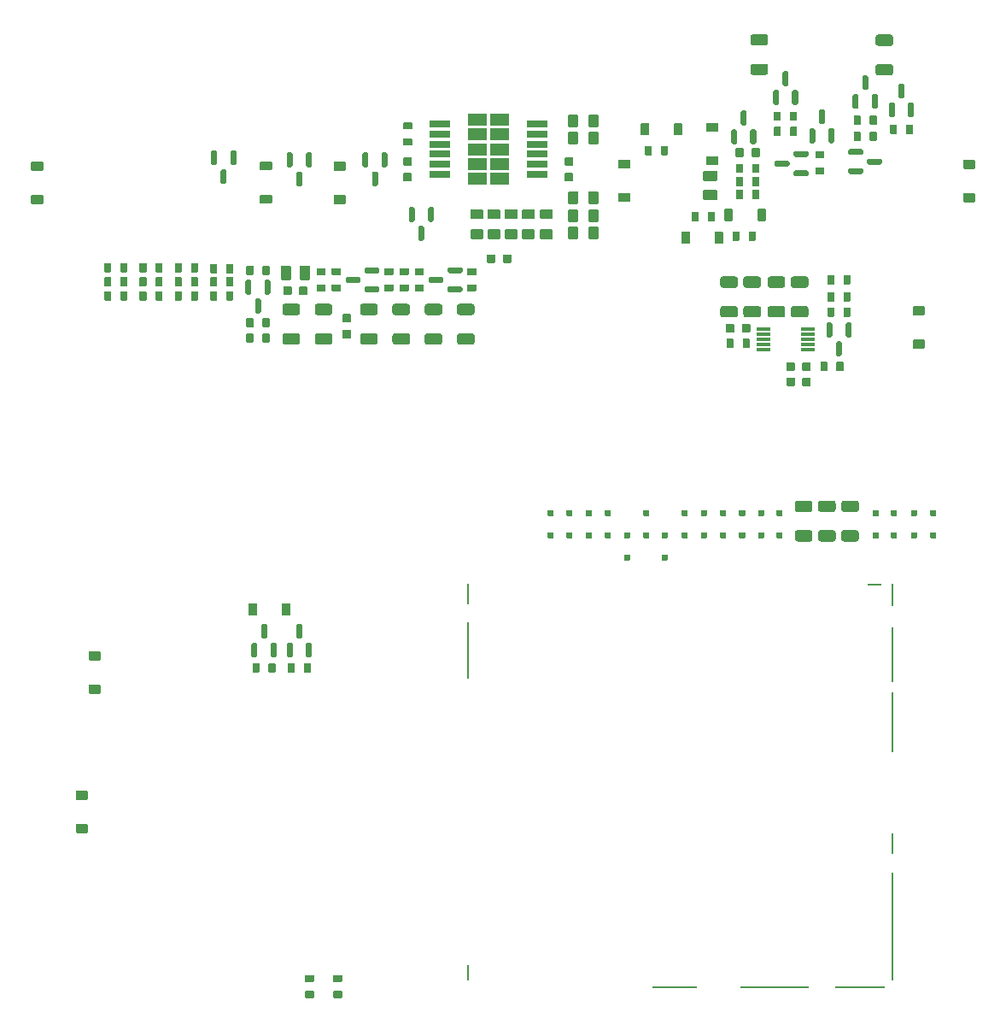
<source format=gbp>
G04 #@! TF.GenerationSoftware,KiCad,Pcbnew,7.0.9-7.0.9~ubuntu22.04.1*
G04 #@! TF.CreationDate,2023-12-10T15:07:24+00:00*
G04 #@! TF.ProjectId,alphax_4ch,616c7068-6178-45f3-9463-682e6b696361,i*
G04 #@! TF.SameCoordinates,PX141f5e0PYa2cace0*
G04 #@! TF.FileFunction,Paste,Bot*
G04 #@! TF.FilePolarity,Positive*
%FSLAX46Y46*%
G04 Gerber Fmt 4.6, Leading zero omitted, Abs format (unit mm)*
G04 Created by KiCad (PCBNEW 7.0.9-7.0.9~ubuntu22.04.1) date 2023-12-10 15:07:24*
%MOMM*%
%LPD*%
G01*
G04 APERTURE LIST*
%ADD10R,0.200000X2.300000*%
%ADD11R,0.200000X10.700000*%
%ADD12R,0.200000X2.100000*%
%ADD13R,0.200000X6.000000*%
%ADD14R,0.200000X5.400000*%
%ADD15R,1.400000X0.200000*%
%ADD16R,5.000000X0.200000*%
%ADD17R,6.800000X0.200000*%
%ADD18R,4.500000X0.200000*%
%ADD19R,0.200000X1.600000*%
%ADD20R,0.200000X5.700000*%
%ADD21R,0.200000X2.000000*%
%ADD22R,1.950000X1.160000*%
%ADD23R,2.000000X0.650000*%
%ADD24R,1.400000X0.300000*%
G04 APERTURE END LIST*
D10*
G04 #@! TO.C,M4*
X86600005Y42649999D03*
D11*
X86600003Y9850001D03*
D12*
X86600003Y18050000D03*
D13*
X86600003Y30099999D03*
D14*
X86600003Y36799996D03*
D15*
X84799996Y43700002D03*
D16*
X83400001Y3800001D03*
D17*
X74899998Y3800001D03*
D18*
X65049995Y3800001D03*
D19*
X44500000Y5300000D03*
D20*
X44500000Y37150003D03*
D21*
X44500000Y42799996D03*
G04 #@! TD*
G04 #@! TO.C,Q28*
G36*
G01*
X77100000Y91225000D02*
X76800000Y91225000D01*
G75*
G02*
X76650000Y91375000I0J150000D01*
G01*
X76650000Y92550000D01*
G75*
G02*
X76800000Y92700000I150000J0D01*
G01*
X77100000Y92700000D01*
G75*
G02*
X77250000Y92550000I0J-150000D01*
G01*
X77250000Y91375000D01*
G75*
G02*
X77100000Y91225000I-150000J0D01*
G01*
G37*
G36*
G01*
X76150000Y93100000D02*
X75850000Y93100000D01*
G75*
G02*
X75700000Y93250000I0J150000D01*
G01*
X75700000Y94425000D01*
G75*
G02*
X75850000Y94575000I150000J0D01*
G01*
X76150000Y94575000D01*
G75*
G02*
X76300000Y94425000I0J-150000D01*
G01*
X76300000Y93250000D01*
G75*
G02*
X76150000Y93100000I-150000J0D01*
G01*
G37*
G36*
G01*
X75200000Y91225000D02*
X74900000Y91225000D01*
G75*
G02*
X74750000Y91375000I0J150000D01*
G01*
X74750000Y92550000D01*
G75*
G02*
X74900000Y92700000I150000J0D01*
G01*
X75200000Y92700000D01*
G75*
G02*
X75350000Y92550000I0J-150000D01*
G01*
X75350000Y91375000D01*
G75*
G02*
X75200000Y91225000I-150000J0D01*
G01*
G37*
G04 #@! TD*
G04 #@! TO.C,R15*
G36*
G01*
X72450000Y67990000D02*
X72450000Y67210000D01*
G75*
G02*
X72380000Y67140000I-70000J0D01*
G01*
X71820000Y67140000D01*
G75*
G02*
X71750000Y67210000I0J70000D01*
G01*
X71750000Y67990000D01*
G75*
G02*
X71820000Y68060000I70000J0D01*
G01*
X72380000Y68060000D01*
G75*
G02*
X72450000Y67990000I0J-70000D01*
G01*
G37*
G36*
G01*
X70850000Y67990000D02*
X70850000Y67210000D01*
G75*
G02*
X70780000Y67140000I-70000J0D01*
G01*
X70220000Y67140000D01*
G75*
G02*
X70150000Y67210000I0J70000D01*
G01*
X70150000Y67990000D01*
G75*
G02*
X70220000Y68060000I70000J0D01*
G01*
X70780000Y68060000D01*
G75*
G02*
X70850000Y67990000I0J-70000D01*
G01*
G37*
G04 #@! TD*
G04 #@! TO.C,R1137*
G36*
G01*
X22550000Y74447500D02*
X22550000Y75227500D01*
G75*
G02*
X22620000Y75297500I70000J0D01*
G01*
X23180000Y75297500D01*
G75*
G02*
X23250000Y75227500I0J-70000D01*
G01*
X23250000Y74447500D01*
G75*
G02*
X23180000Y74377500I-70000J0D01*
G01*
X22620000Y74377500D01*
G75*
G02*
X22550000Y74447500I0J70000D01*
G01*
G37*
G36*
G01*
X24150000Y74447500D02*
X24150000Y75227500D01*
G75*
G02*
X24220000Y75297500I70000J0D01*
G01*
X24780000Y75297500D01*
G75*
G02*
X24850000Y75227500I0J-70000D01*
G01*
X24850000Y74447500D01*
G75*
G02*
X24780000Y74377500I-70000J0D01*
G01*
X24220000Y74377500D01*
G75*
G02*
X24150000Y74447500I0J70000D01*
G01*
G37*
G04 #@! TD*
G04 #@! TO.C,R8*
G36*
G01*
X38935290Y87190000D02*
X38155290Y87190000D01*
G75*
G02*
X38085290Y87260000I0J70000D01*
G01*
X38085290Y87820000D01*
G75*
G02*
X38155290Y87890000I70000J0D01*
G01*
X38935290Y87890000D01*
G75*
G02*
X39005290Y87820000I0J-70000D01*
G01*
X39005290Y87260000D01*
G75*
G02*
X38935290Y87190000I-70000J0D01*
G01*
G37*
G36*
G01*
X38935290Y88790000D02*
X38155290Y88790000D01*
G75*
G02*
X38085290Y88860000I0J70000D01*
G01*
X38085290Y89420000D01*
G75*
G02*
X38155290Y89490000I70000J0D01*
G01*
X38935290Y89490000D01*
G75*
G02*
X39005290Y89420000I0J-70000D01*
G01*
X39005290Y88860000D01*
G75*
G02*
X38935290Y88790000I-70000J0D01*
G01*
G37*
G04 #@! TD*
G04 #@! TO.C,C18*
G36*
G01*
X28625000Y73140000D02*
X28625000Y72460000D01*
G75*
G02*
X28540000Y72375000I-85000J0D01*
G01*
X27860000Y72375000D01*
G75*
G02*
X27775000Y72460000I0J85000D01*
G01*
X27775000Y73140000D01*
G75*
G02*
X27860000Y73225000I85000J0D01*
G01*
X28540000Y73225000D01*
G75*
G02*
X28625000Y73140000I0J-85000D01*
G01*
G37*
G36*
G01*
X27044998Y73140000D02*
X27044998Y72460000D01*
G75*
G02*
X26959998Y72375000I-85000J0D01*
G01*
X26279998Y72375000D01*
G75*
G02*
X26194998Y72460000I0J85000D01*
G01*
X26194998Y73140000D01*
G75*
G02*
X26279998Y73225000I85000J0D01*
G01*
X26959998Y73225000D01*
G75*
G02*
X27044998Y73140000I0J-85000D01*
G01*
G37*
G04 #@! TD*
G04 #@! TO.C,C48*
G36*
G01*
X57445290Y80765000D02*
X57445290Y79715000D01*
G75*
G02*
X57345290Y79615000I-100000J0D01*
G01*
X56545290Y79615000D01*
G75*
G02*
X56445290Y79715000I0J100000D01*
G01*
X56445290Y80765000D01*
G75*
G02*
X56545290Y80865000I100000J0D01*
G01*
X57345290Y80865000D01*
G75*
G02*
X57445290Y80765000I0J-100000D01*
G01*
G37*
G36*
G01*
X55445290Y80765000D02*
X55445290Y79715000D01*
G75*
G02*
X55345290Y79615000I-100000J0D01*
G01*
X54545290Y79615000D01*
G75*
G02*
X54445290Y79715000I0J100000D01*
G01*
X54445290Y80765000D01*
G75*
G02*
X54545290Y80865000I100000J0D01*
G01*
X55345290Y80865000D01*
G75*
G02*
X55445290Y80765000I0J-100000D01*
G01*
G37*
G04 #@! TD*
G04 #@! TO.C,R29*
G36*
G01*
X80150000Y70310000D02*
X80150000Y71090000D01*
G75*
G02*
X80220000Y71160000I70000J0D01*
G01*
X80780000Y71160000D01*
G75*
G02*
X80850000Y71090000I0J-70000D01*
G01*
X80850000Y70310000D01*
G75*
G02*
X80780000Y70240000I-70000J0D01*
G01*
X80220000Y70240000D01*
G75*
G02*
X80150000Y70310000I0J70000D01*
G01*
G37*
G36*
G01*
X81750000Y70310000D02*
X81750000Y71090000D01*
G75*
G02*
X81820000Y71160000I70000J0D01*
G01*
X82380000Y71160000D01*
G75*
G02*
X82450000Y71090000I0J-70000D01*
G01*
X82450000Y70310000D01*
G75*
G02*
X82380000Y70240000I-70000J0D01*
G01*
X81820000Y70240000D01*
G75*
G02*
X81750000Y70310000I0J70000D01*
G01*
G37*
G04 #@! TD*
G04 #@! TO.C,C3*
G36*
G01*
X38205290Y86055001D02*
X38885290Y86055001D01*
G75*
G02*
X38970290Y85970001I0J-85000D01*
G01*
X38970290Y85290001D01*
G75*
G02*
X38885290Y85205001I-85000J0D01*
G01*
X38205290Y85205001D01*
G75*
G02*
X38120290Y85290001I0J85000D01*
G01*
X38120290Y85970001D01*
G75*
G02*
X38205290Y86055001I85000J0D01*
G01*
G37*
G36*
G01*
X38205290Y84474999D02*
X38885290Y84474999D01*
G75*
G02*
X38970290Y84389999I0J-85000D01*
G01*
X38970290Y83709999D01*
G75*
G02*
X38885290Y83624999I-85000J0D01*
G01*
X38205290Y83624999D01*
G75*
G02*
X38120290Y83709999I0J85000D01*
G01*
X38120290Y84389999D01*
G75*
G02*
X38205290Y84474999I85000J0D01*
G01*
G37*
G04 #@! TD*
G04 #@! TO.C,D46*
G36*
G01*
X56800000Y48840000D02*
X56800000Y48360000D01*
G75*
G02*
X56740000Y48300000I-60000J0D01*
G01*
X56260000Y48300000D01*
G75*
G02*
X56200000Y48360000I0J60000D01*
G01*
X56200000Y48840000D01*
G75*
G02*
X56260000Y48900000I60000J0D01*
G01*
X56740000Y48900000D01*
G75*
G02*
X56800000Y48840000I0J-60000D01*
G01*
G37*
G36*
G01*
X56800000Y51040000D02*
X56800000Y50560000D01*
G75*
G02*
X56740000Y50500000I-60000J0D01*
G01*
X56260000Y50500000D01*
G75*
G02*
X56200000Y50560000I0J60000D01*
G01*
X56200000Y51040000D01*
G75*
G02*
X56260000Y51100000I60000J0D01*
G01*
X56740000Y51100000D01*
G75*
G02*
X56800000Y51040000I0J-60000D01*
G01*
G37*
G04 #@! TD*
G04 #@! TO.C,R87*
G36*
G01*
X11950000Y71910000D02*
X11950000Y72690000D01*
G75*
G02*
X12020000Y72760000I70000J0D01*
G01*
X12580000Y72760000D01*
G75*
G02*
X12650000Y72690000I0J-70000D01*
G01*
X12650000Y71910000D01*
G75*
G02*
X12580000Y71840000I-70000J0D01*
G01*
X12020000Y71840000D01*
G75*
G02*
X11950000Y71910000I0J70000D01*
G01*
G37*
G36*
G01*
X13550000Y71910000D02*
X13550000Y72690000D01*
G75*
G02*
X13620000Y72760000I70000J0D01*
G01*
X14180000Y72760000D01*
G75*
G02*
X14250000Y72690000I0J-70000D01*
G01*
X14250000Y71910000D01*
G75*
G02*
X14180000Y71840000I-70000J0D01*
G01*
X13620000Y71840000D01*
G75*
G02*
X13550000Y71910000I0J70000D01*
G01*
G37*
G04 #@! TD*
G04 #@! TO.C,R82*
G36*
G01*
X11950000Y74710000D02*
X11950000Y75490000D01*
G75*
G02*
X12020000Y75560000I70000J0D01*
G01*
X12580000Y75560000D01*
G75*
G02*
X12650000Y75490000I0J-70000D01*
G01*
X12650000Y74710000D01*
G75*
G02*
X12580000Y74640000I-70000J0D01*
G01*
X12020000Y74640000D01*
G75*
G02*
X11950000Y74710000I0J70000D01*
G01*
G37*
G36*
G01*
X13550000Y74710000D02*
X13550000Y75490000D01*
G75*
G02*
X13620000Y75560000I70000J0D01*
G01*
X14180000Y75560000D01*
G75*
G02*
X14250000Y75490000I0J-70000D01*
G01*
X14250000Y74710000D01*
G75*
G02*
X14180000Y74640000I-70000J0D01*
G01*
X13620000Y74640000D01*
G75*
G02*
X13550000Y74710000I0J70000D01*
G01*
G37*
G04 #@! TD*
G04 #@! TO.C,C7*
G36*
G01*
X76084999Y63460000D02*
X76084999Y64140000D01*
G75*
G02*
X76169999Y64225000I85000J0D01*
G01*
X76849999Y64225000D01*
G75*
G02*
X76934999Y64140000I0J-85000D01*
G01*
X76934999Y63460000D01*
G75*
G02*
X76849999Y63375000I-85000J0D01*
G01*
X76169999Y63375000D01*
G75*
G02*
X76084999Y63460000I0J85000D01*
G01*
G37*
G36*
G01*
X77665001Y63460000D02*
X77665001Y64140000D01*
G75*
G02*
X77750001Y64225000I85000J0D01*
G01*
X78430001Y64225000D01*
G75*
G02*
X78515001Y64140000I0J-85000D01*
G01*
X78515001Y63460000D01*
G75*
G02*
X78430001Y63375000I-85000J0D01*
G01*
X77750001Y63375000D01*
G75*
G02*
X77665001Y63460000I0J85000D01*
G01*
G37*
G04 #@! TD*
G04 #@! TO.C,D49*
G36*
G01*
X69900000Y79815000D02*
X69900000Y80835000D01*
G75*
G02*
X69990000Y80925000I90000J0D01*
G01*
X70710000Y80925000D01*
G75*
G02*
X70800000Y80835000I0J-90000D01*
G01*
X70800000Y79815000D01*
G75*
G02*
X70710000Y79725000I-90000J0D01*
G01*
X69990000Y79725000D01*
G75*
G02*
X69900000Y79815000I0J90000D01*
G01*
G37*
G36*
G01*
X73200000Y79815000D02*
X73200000Y80835000D01*
G75*
G02*
X73290000Y80925000I90000J0D01*
G01*
X74010000Y80925000D01*
G75*
G02*
X74100000Y80835000I0J-90000D01*
G01*
X74100000Y79815000D01*
G75*
G02*
X74010000Y79725000I-90000J0D01*
G01*
X73290000Y79725000D01*
G75*
G02*
X73200000Y79815000I0J90000D01*
G01*
G37*
G04 #@! TD*
G04 #@! TO.C,C20*
G36*
G01*
X48815001Y76340000D02*
X48815001Y75660000D01*
G75*
G02*
X48730001Y75575000I-85000J0D01*
G01*
X48050001Y75575000D01*
G75*
G02*
X47965001Y75660000I0J85000D01*
G01*
X47965001Y76340000D01*
G75*
G02*
X48050001Y76425000I85000J0D01*
G01*
X48730001Y76425000D01*
G75*
G02*
X48815001Y76340000I0J-85000D01*
G01*
G37*
G36*
G01*
X47234999Y76340000D02*
X47234999Y75660000D01*
G75*
G02*
X47149999Y75575000I-85000J0D01*
G01*
X46469999Y75575000D01*
G75*
G02*
X46384999Y75660000I0J85000D01*
G01*
X46384999Y76340000D01*
G75*
G02*
X46469999Y76425000I85000J0D01*
G01*
X47149999Y76425000D01*
G75*
G02*
X47234999Y76340000I0J-85000D01*
G01*
G37*
G04 #@! TD*
G04 #@! TO.C,D1*
G36*
G01*
X60000000Y48360000D02*
X60000000Y48840000D01*
G75*
G02*
X60060000Y48900000I60000J0D01*
G01*
X60540000Y48900000D01*
G75*
G02*
X60600000Y48840000I0J-60000D01*
G01*
X60600000Y48360000D01*
G75*
G02*
X60540000Y48300000I-60000J0D01*
G01*
X60060000Y48300000D01*
G75*
G02*
X60000000Y48360000I0J60000D01*
G01*
G37*
G36*
G01*
X60000000Y46160000D02*
X60000000Y46640000D01*
G75*
G02*
X60060000Y46700000I60000J0D01*
G01*
X60540000Y46700000D01*
G75*
G02*
X60600000Y46640000I0J-60000D01*
G01*
X60600000Y46160000D01*
G75*
G02*
X60540000Y46100000I-60000J0D01*
G01*
X60060000Y46100000D01*
G75*
G02*
X60000000Y46160000I0J60000D01*
G01*
G37*
G04 #@! TD*
G04 #@! TO.C,R21*
G36*
G01*
X83025000Y47975000D02*
X81775000Y47975000D01*
G75*
G02*
X81525000Y48225000I0J250000D01*
G01*
X81525000Y48850000D01*
G75*
G02*
X81775000Y49100000I250000J0D01*
G01*
X83025000Y49100000D01*
G75*
G02*
X83275000Y48850000I0J-250000D01*
G01*
X83275000Y48225000D01*
G75*
G02*
X83025000Y47975000I-250000J0D01*
G01*
G37*
G36*
G01*
X83025000Y50900000D02*
X81775000Y50900000D01*
G75*
G02*
X81525000Y51150000I0J250000D01*
G01*
X81525000Y51775000D01*
G75*
G02*
X81775000Y52025000I250000J0D01*
G01*
X83025000Y52025000D01*
G75*
G02*
X83275000Y51775000I0J-250000D01*
G01*
X83275000Y51150000D01*
G75*
G02*
X83025000Y50900000I-250000J0D01*
G01*
G37*
G04 #@! TD*
G04 #@! TO.C,C1*
G36*
G01*
X54885290Y83624999D02*
X54205290Y83624999D01*
G75*
G02*
X54120290Y83709999I0J85000D01*
G01*
X54120290Y84389999D01*
G75*
G02*
X54205290Y84474999I85000J0D01*
G01*
X54885290Y84474999D01*
G75*
G02*
X54970290Y84389999I0J-85000D01*
G01*
X54970290Y83709999D01*
G75*
G02*
X54885290Y83624999I-85000J0D01*
G01*
G37*
G36*
G01*
X54885290Y85205001D02*
X54205290Y85205001D01*
G75*
G02*
X54120290Y85290001I0J85000D01*
G01*
X54120290Y85970001D01*
G75*
G02*
X54205290Y86055001I85000J0D01*
G01*
X54885290Y86055001D01*
G75*
G02*
X54970290Y85970001I0J-85000D01*
G01*
X54970290Y85290001D01*
G75*
G02*
X54885290Y85205001I-85000J0D01*
G01*
G37*
G04 #@! TD*
G04 #@! TO.C,D23*
G36*
G01*
X19200000Y86737500D02*
X19500000Y86737500D01*
G75*
G02*
X19650000Y86587500I0J-150000D01*
G01*
X19650000Y85412500D01*
G75*
G02*
X19500000Y85262500I-150000J0D01*
G01*
X19200000Y85262500D01*
G75*
G02*
X19050000Y85412500I0J150000D01*
G01*
X19050000Y86587500D01*
G75*
G02*
X19200000Y86737500I150000J0D01*
G01*
G37*
G36*
G01*
X21100000Y86737500D02*
X21400000Y86737500D01*
G75*
G02*
X21550000Y86587500I0J-150000D01*
G01*
X21550000Y85412500D01*
G75*
G02*
X21400000Y85262500I-150000J0D01*
G01*
X21100000Y85262500D01*
G75*
G02*
X20950000Y85412500I0J150000D01*
G01*
X20950000Y86587500D01*
G75*
G02*
X21100000Y86737500I150000J0D01*
G01*
G37*
G36*
G01*
X20150000Y84862500D02*
X20450000Y84862500D01*
G75*
G02*
X20600000Y84712500I0J-150000D01*
G01*
X20600000Y83537500D01*
G75*
G02*
X20450000Y83387500I-150000J0D01*
G01*
X20150000Y83387500D01*
G75*
G02*
X20000000Y83537500I0J150000D01*
G01*
X20000000Y84712500D01*
G75*
G02*
X20150000Y84862500I150000J0D01*
G01*
G37*
G04 #@! TD*
G04 #@! TO.C,R55*
G36*
G01*
X86350000Y88410000D02*
X86350000Y89190000D01*
G75*
G02*
X86420000Y89260000I70000J0D01*
G01*
X86980000Y89260000D01*
G75*
G02*
X87050000Y89190000I0J-70000D01*
G01*
X87050000Y88410000D01*
G75*
G02*
X86980000Y88340000I-70000J0D01*
G01*
X86420000Y88340000D01*
G75*
G02*
X86350000Y88410000I0J70000D01*
G01*
G37*
G36*
G01*
X87950000Y88410000D02*
X87950000Y89190000D01*
G75*
G02*
X88020000Y89260000I70000J0D01*
G01*
X88580000Y89260000D01*
G75*
G02*
X88650000Y89190000I0J-70000D01*
G01*
X88650000Y88410000D01*
G75*
G02*
X88580000Y88340000I-70000J0D01*
G01*
X88020000Y88340000D01*
G75*
G02*
X87950000Y88410000I0J70000D01*
G01*
G37*
G04 #@! TD*
G04 #@! TO.C,R11*
G36*
G01*
X73325000Y70175000D02*
X72075000Y70175000D01*
G75*
G02*
X71825000Y70425000I0J250000D01*
G01*
X71825000Y71050000D01*
G75*
G02*
X72075000Y71300000I250000J0D01*
G01*
X73325000Y71300000D01*
G75*
G02*
X73575000Y71050000I0J-250000D01*
G01*
X73575000Y70425000D01*
G75*
G02*
X73325000Y70175000I-250000J0D01*
G01*
G37*
G36*
G01*
X73325000Y73100000D02*
X72075000Y73100000D01*
G75*
G02*
X71825000Y73350000I0J250000D01*
G01*
X71825000Y73975000D01*
G75*
G02*
X72075000Y74225000I250000J0D01*
G01*
X73325000Y74225000D01*
G75*
G02*
X73575000Y73975000I0J-250000D01*
G01*
X73575000Y73350000D01*
G75*
G02*
X73325000Y73100000I-250000J0D01*
G01*
G37*
G04 #@! TD*
G04 #@! TO.C,D6*
G36*
G01*
X87037495Y48841499D02*
X87037495Y48361499D01*
G75*
G02*
X86977495Y48301499I-60000J0D01*
G01*
X86497495Y48301499D01*
G75*
G02*
X86437495Y48361499I0J60000D01*
G01*
X86437495Y48841499D01*
G75*
G02*
X86497495Y48901499I60000J0D01*
G01*
X86977495Y48901499D01*
G75*
G02*
X87037495Y48841499I0J-60000D01*
G01*
G37*
G36*
G01*
X87037495Y51041499D02*
X87037495Y50561499D01*
G75*
G02*
X86977495Y50501499I-60000J0D01*
G01*
X86497495Y50501499D01*
G75*
G02*
X86437495Y50561499I0J60000D01*
G01*
X86437495Y51041499D01*
G75*
G02*
X86497495Y51101499I60000J0D01*
G01*
X86977495Y51101499D01*
G75*
G02*
X87037495Y51041499I0J-60000D01*
G01*
G37*
G04 #@! TD*
G04 #@! TO.C,Q1*
G36*
G01*
X43975000Y75000000D02*
X43975000Y74700000D01*
G75*
G02*
X43825000Y74550000I-150000J0D01*
G01*
X42650000Y74550000D01*
G75*
G02*
X42500000Y74700000I0J150000D01*
G01*
X42500000Y75000000D01*
G75*
G02*
X42650000Y75150000I150000J0D01*
G01*
X43825000Y75150000D01*
G75*
G02*
X43975000Y75000000I0J-150000D01*
G01*
G37*
G36*
G01*
X42100000Y74050000D02*
X42100000Y73750000D01*
G75*
G02*
X41950000Y73600000I-150000J0D01*
G01*
X40775000Y73600000D01*
G75*
G02*
X40625000Y73750000I0J150000D01*
G01*
X40625000Y74050000D01*
G75*
G02*
X40775000Y74200000I150000J0D01*
G01*
X41950000Y74200000D01*
G75*
G02*
X42100000Y74050000I0J-150000D01*
G01*
G37*
G36*
G01*
X43975000Y73100000D02*
X43975000Y72800000D01*
G75*
G02*
X43825000Y72650000I-150000J0D01*
G01*
X42650000Y72650000D01*
G75*
G02*
X42500000Y72800000I0J150000D01*
G01*
X42500000Y73100000D01*
G75*
G02*
X42650000Y73250000I150000J0D01*
G01*
X43825000Y73250000D01*
G75*
G02*
X43975000Y73100000I0J-150000D01*
G01*
G37*
G04 #@! TD*
G04 #@! TO.C,R24*
G36*
G01*
X38525000Y67475000D02*
X37275000Y67475000D01*
G75*
G02*
X37025000Y67725000I0J250000D01*
G01*
X37025000Y68350000D01*
G75*
G02*
X37275000Y68600000I250000J0D01*
G01*
X38525000Y68600000D01*
G75*
G02*
X38775000Y68350000I0J-250000D01*
G01*
X38775000Y67725000D01*
G75*
G02*
X38525000Y67475000I-250000J0D01*
G01*
G37*
G36*
G01*
X38525000Y70400000D02*
X37275000Y70400000D01*
G75*
G02*
X37025000Y70650000I0J250000D01*
G01*
X37025000Y71275000D01*
G75*
G02*
X37275000Y71525000I250000J0D01*
G01*
X38525000Y71525000D01*
G75*
G02*
X38775000Y71275000I0J-250000D01*
G01*
X38775000Y70650000D01*
G75*
G02*
X38525000Y70400000I-250000J0D01*
G01*
G37*
G04 #@! TD*
G04 #@! TO.C,Q19*
G36*
G01*
X85000000Y90825000D02*
X84700000Y90825000D01*
G75*
G02*
X84550000Y90975000I0J150000D01*
G01*
X84550000Y92150000D01*
G75*
G02*
X84700000Y92300000I150000J0D01*
G01*
X85000000Y92300000D01*
G75*
G02*
X85150000Y92150000I0J-150000D01*
G01*
X85150000Y90975000D01*
G75*
G02*
X85000000Y90825000I-150000J0D01*
G01*
G37*
G36*
G01*
X84050000Y92700000D02*
X83750000Y92700000D01*
G75*
G02*
X83600000Y92850000I0J150000D01*
G01*
X83600000Y94025000D01*
G75*
G02*
X83750000Y94175000I150000J0D01*
G01*
X84050000Y94175000D01*
G75*
G02*
X84200000Y94025000I0J-150000D01*
G01*
X84200000Y92850000D01*
G75*
G02*
X84050000Y92700000I-150000J0D01*
G01*
G37*
G36*
G01*
X83100000Y90825000D02*
X82800000Y90825000D01*
G75*
G02*
X82650000Y90975000I0J150000D01*
G01*
X82650000Y92150000D01*
G75*
G02*
X82800000Y92300000I150000J0D01*
G01*
X83100000Y92300000D01*
G75*
G02*
X83250000Y92150000I0J-150000D01*
G01*
X83250000Y90975000D01*
G75*
G02*
X83100000Y90825000I-150000J0D01*
G01*
G37*
G04 #@! TD*
G04 #@! TO.C,R38*
G36*
G01*
X23150000Y35067581D02*
X23150000Y35847581D01*
G75*
G02*
X23220000Y35917581I70000J0D01*
G01*
X23780000Y35917581D01*
G75*
G02*
X23850000Y35847581I0J-70000D01*
G01*
X23850000Y35067581D01*
G75*
G02*
X23780000Y34997581I-70000J0D01*
G01*
X23220000Y34997581D01*
G75*
G02*
X23150000Y35067581I0J70000D01*
G01*
G37*
G36*
G01*
X24750000Y35067581D02*
X24750000Y35847581D01*
G75*
G02*
X24820000Y35917581I70000J0D01*
G01*
X25380000Y35917581D01*
G75*
G02*
X25450000Y35847581I0J-70000D01*
G01*
X25450000Y35067581D01*
G75*
G02*
X25380000Y34997581I-70000J0D01*
G01*
X24820000Y34997581D01*
G75*
G02*
X24750000Y35067581I0J70000D01*
G01*
G37*
G04 #@! TD*
G04 #@! TO.C,D68*
G36*
G01*
X6730000Y19100000D02*
X5710000Y19100000D01*
G75*
G02*
X5620000Y19190000I0J90000D01*
G01*
X5620000Y19910000D01*
G75*
G02*
X5710000Y20000000I90000J0D01*
G01*
X6730000Y20000000D01*
G75*
G02*
X6820000Y19910000I0J-90000D01*
G01*
X6820000Y19190000D01*
G75*
G02*
X6730000Y19100000I-90000J0D01*
G01*
G37*
G36*
G01*
X6730000Y22400000D02*
X5710000Y22400000D01*
G75*
G02*
X5620000Y22490000I0J90000D01*
G01*
X5620000Y23210000D01*
G75*
G02*
X5710000Y23300000I90000J0D01*
G01*
X6730000Y23300000D01*
G75*
G02*
X6820000Y23210000I0J-90000D01*
G01*
X6820000Y22490000D01*
G75*
G02*
X6730000Y22400000I-90000J0D01*
G01*
G37*
G04 #@! TD*
G04 #@! TO.C,D22*
G36*
G01*
X58687498Y48841498D02*
X58687498Y48361498D01*
G75*
G02*
X58627498Y48301498I-60000J0D01*
G01*
X58147498Y48301498D01*
G75*
G02*
X58087498Y48361498I0J60000D01*
G01*
X58087498Y48841498D01*
G75*
G02*
X58147498Y48901498I60000J0D01*
G01*
X58627498Y48901498D01*
G75*
G02*
X58687498Y48841498I0J-60000D01*
G01*
G37*
G36*
G01*
X58687498Y51041498D02*
X58687498Y50561498D01*
G75*
G02*
X58627498Y50501498I-60000J0D01*
G01*
X58147498Y50501498D01*
G75*
G02*
X58087498Y50561498I0J60000D01*
G01*
X58087498Y51041498D01*
G75*
G02*
X58147498Y51101498I60000J0D01*
G01*
X58627498Y51101498D01*
G75*
G02*
X58687498Y51041498I0J-60000D01*
G01*
G37*
G04 #@! TD*
G04 #@! TO.C,R1112*
G36*
G01*
X70750000Y77835000D02*
X70750000Y78615000D01*
G75*
G02*
X70820000Y78685000I70000J0D01*
G01*
X71380000Y78685000D01*
G75*
G02*
X71450000Y78615000I0J-70000D01*
G01*
X71450000Y77835000D01*
G75*
G02*
X71380000Y77765000I-70000J0D01*
G01*
X70820000Y77765000D01*
G75*
G02*
X70750000Y77835000I0J70000D01*
G01*
G37*
G36*
G01*
X72350000Y77835000D02*
X72350000Y78615000D01*
G75*
G02*
X72420000Y78685000I70000J0D01*
G01*
X72980000Y78685000D01*
G75*
G02*
X73050000Y78615000I0J-70000D01*
G01*
X73050000Y77835000D01*
G75*
G02*
X72980000Y77765000I-70000J0D01*
G01*
X72420000Y77765000D01*
G75*
G02*
X72350000Y77835000I0J70000D01*
G01*
G37*
G04 #@! TD*
G04 #@! TO.C,R32*
G36*
G01*
X82450000Y72590000D02*
X82450000Y71810000D01*
G75*
G02*
X82380000Y71740000I-70000J0D01*
G01*
X81820000Y71740000D01*
G75*
G02*
X81750000Y71810000I0J70000D01*
G01*
X81750000Y72590000D01*
G75*
G02*
X81820000Y72660000I70000J0D01*
G01*
X82380000Y72660000D01*
G75*
G02*
X82450000Y72590000I0J-70000D01*
G01*
G37*
G36*
G01*
X80850000Y72590000D02*
X80850000Y71810000D01*
G75*
G02*
X80780000Y71740000I-70000J0D01*
G01*
X80220000Y71740000D01*
G75*
G02*
X80150000Y71810000I0J70000D01*
G01*
X80150000Y72590000D01*
G75*
G02*
X80220000Y72660000I70000J0D01*
G01*
X80780000Y72660000D01*
G75*
G02*
X80850000Y72590000I0J-70000D01*
G01*
G37*
G04 #@! TD*
G04 #@! TO.C,C6*
G36*
G01*
X76084999Y64960000D02*
X76084999Y65640000D01*
G75*
G02*
X76169999Y65725000I85000J0D01*
G01*
X76849999Y65725000D01*
G75*
G02*
X76934999Y65640000I0J-85000D01*
G01*
X76934999Y64960000D01*
G75*
G02*
X76849999Y64875000I-85000J0D01*
G01*
X76169999Y64875000D01*
G75*
G02*
X76084999Y64960000I0J85000D01*
G01*
G37*
G36*
G01*
X77665001Y64960000D02*
X77665001Y65640000D01*
G75*
G02*
X77750001Y65725000I85000J0D01*
G01*
X78430001Y65725000D01*
G75*
G02*
X78515001Y65640000I0J-85000D01*
G01*
X78515001Y64960000D01*
G75*
G02*
X78430001Y64875000I-85000J0D01*
G01*
X77750001Y64875000D01*
G75*
G02*
X77665001Y64960000I0J85000D01*
G01*
G37*
G04 #@! TD*
G04 #@! TO.C,D65*
G36*
G01*
X89715000Y67075000D02*
X88695000Y67075000D01*
G75*
G02*
X88605000Y67165000I0J90000D01*
G01*
X88605000Y67885000D01*
G75*
G02*
X88695000Y67975000I90000J0D01*
G01*
X89715000Y67975000D01*
G75*
G02*
X89805000Y67885000I0J-90000D01*
G01*
X89805000Y67165000D01*
G75*
G02*
X89715000Y67075000I-90000J0D01*
G01*
G37*
G36*
G01*
X89715000Y70375000D02*
X88695000Y70375000D01*
G75*
G02*
X88605000Y70465000I0J90000D01*
G01*
X88605000Y71185000D01*
G75*
G02*
X88695000Y71275000I90000J0D01*
G01*
X89715000Y71275000D01*
G75*
G02*
X89805000Y71185000I0J-90000D01*
G01*
X89805000Y70465000D01*
G75*
G02*
X89715000Y70375000I-90000J0D01*
G01*
G37*
G04 #@! TD*
G04 #@! TO.C,D42*
G36*
G01*
X72000000Y48840000D02*
X72000000Y48360000D01*
G75*
G02*
X71940000Y48300000I-60000J0D01*
G01*
X71460000Y48300000D01*
G75*
G02*
X71400000Y48360000I0J60000D01*
G01*
X71400000Y48840000D01*
G75*
G02*
X71460000Y48900000I60000J0D01*
G01*
X71940000Y48900000D01*
G75*
G02*
X72000000Y48840000I0J-60000D01*
G01*
G37*
G36*
G01*
X72000000Y51040000D02*
X72000000Y50560000D01*
G75*
G02*
X71940000Y50500000I-60000J0D01*
G01*
X71460000Y50500000D01*
G75*
G02*
X71400000Y50560000I0J60000D01*
G01*
X71400000Y51040000D01*
G75*
G02*
X71460000Y51100000I60000J0D01*
G01*
X71940000Y51100000D01*
G75*
G02*
X72000000Y51040000I0J-60000D01*
G01*
G37*
G04 #@! TD*
G04 #@! TO.C,C4*
G36*
G01*
X72515001Y69440000D02*
X72515001Y68760000D01*
G75*
G02*
X72430001Y68675000I-85000J0D01*
G01*
X71750001Y68675000D01*
G75*
G02*
X71665001Y68760000I0J85000D01*
G01*
X71665001Y69440000D01*
G75*
G02*
X71750001Y69525000I85000J0D01*
G01*
X72430001Y69525000D01*
G75*
G02*
X72515001Y69440000I0J-85000D01*
G01*
G37*
G36*
G01*
X70934999Y69440000D02*
X70934999Y68760000D01*
G75*
G02*
X70849999Y68675000I-85000J0D01*
G01*
X70169999Y68675000D01*
G75*
G02*
X70084999Y68760000I0J85000D01*
G01*
X70084999Y69440000D01*
G75*
G02*
X70169999Y69525000I85000J0D01*
G01*
X70849999Y69525000D01*
G75*
G02*
X70934999Y69440000I0J-85000D01*
G01*
G37*
G04 #@! TD*
G04 #@! TO.C,R88*
G36*
G01*
X15450000Y71910000D02*
X15450000Y72690000D01*
G75*
G02*
X15520000Y72760000I70000J0D01*
G01*
X16080000Y72760000D01*
G75*
G02*
X16150000Y72690000I0J-70000D01*
G01*
X16150000Y71910000D01*
G75*
G02*
X16080000Y71840000I-70000J0D01*
G01*
X15520000Y71840000D01*
G75*
G02*
X15450000Y71910000I0J70000D01*
G01*
G37*
G36*
G01*
X17050000Y71910000D02*
X17050000Y72690000D01*
G75*
G02*
X17120000Y72760000I70000J0D01*
G01*
X17680000Y72760000D01*
G75*
G02*
X17750000Y72690000I0J-70000D01*
G01*
X17750000Y71910000D01*
G75*
G02*
X17680000Y71840000I-70000J0D01*
G01*
X17120000Y71840000D01*
G75*
G02*
X17050000Y71910000I0J70000D01*
G01*
G37*
G04 #@! TD*
G04 #@! TO.C,Q3*
G36*
G01*
X35737500Y75000000D02*
X35737500Y74700000D01*
G75*
G02*
X35587500Y74550000I-150000J0D01*
G01*
X34412500Y74550000D01*
G75*
G02*
X34262500Y74700000I0J150000D01*
G01*
X34262500Y75000000D01*
G75*
G02*
X34412500Y75150000I150000J0D01*
G01*
X35587500Y75150000D01*
G75*
G02*
X35737500Y75000000I0J-150000D01*
G01*
G37*
G36*
G01*
X33862500Y74050000D02*
X33862500Y73750000D01*
G75*
G02*
X33712500Y73600000I-150000J0D01*
G01*
X32537500Y73600000D01*
G75*
G02*
X32387500Y73750000I0J150000D01*
G01*
X32387500Y74050000D01*
G75*
G02*
X32537500Y74200000I150000J0D01*
G01*
X33712500Y74200000D01*
G75*
G02*
X33862500Y74050000I0J-150000D01*
G01*
G37*
G36*
G01*
X35737500Y73100000D02*
X35737500Y72800000D01*
G75*
G02*
X35587500Y72650000I-150000J0D01*
G01*
X34412500Y72650000D01*
G75*
G02*
X34262500Y72800000I0J150000D01*
G01*
X34262500Y73100000D01*
G75*
G02*
X34412500Y73250000I150000J0D01*
G01*
X35587500Y73250000D01*
G75*
G02*
X35737500Y73100000I0J-150000D01*
G01*
G37*
G04 #@! TD*
G04 #@! TO.C,R1127*
G36*
G01*
X38590000Y72750000D02*
X37810000Y72750000D01*
G75*
G02*
X37740000Y72820000I0J70000D01*
G01*
X37740000Y73380000D01*
G75*
G02*
X37810000Y73450000I70000J0D01*
G01*
X38590000Y73450000D01*
G75*
G02*
X38660000Y73380000I0J-70000D01*
G01*
X38660000Y72820000D01*
G75*
G02*
X38590000Y72750000I-70000J0D01*
G01*
G37*
G36*
G01*
X38590000Y74350000D02*
X37810000Y74350000D01*
G75*
G02*
X37740000Y74420000I0J70000D01*
G01*
X37740000Y74980000D01*
G75*
G02*
X37810000Y75050000I70000J0D01*
G01*
X38590000Y75050000D01*
G75*
G02*
X38660000Y74980000I0J-70000D01*
G01*
X38660000Y74420000D01*
G75*
G02*
X38590000Y74350000I-70000J0D01*
G01*
G37*
G04 #@! TD*
G04 #@! TO.C,R34*
G36*
G01*
X74025000Y94175000D02*
X72775000Y94175000D01*
G75*
G02*
X72525000Y94425000I0J250000D01*
G01*
X72525000Y95050000D01*
G75*
G02*
X72775000Y95300000I250000J0D01*
G01*
X74025000Y95300000D01*
G75*
G02*
X74275000Y95050000I0J-250000D01*
G01*
X74275000Y94425000D01*
G75*
G02*
X74025000Y94175000I-250000J0D01*
G01*
G37*
G36*
G01*
X74025000Y97100000D02*
X72775000Y97100000D01*
G75*
G02*
X72525000Y97350000I0J250000D01*
G01*
X72525000Y97975000D01*
G75*
G02*
X72775000Y98225000I250000J0D01*
G01*
X74025000Y98225000D01*
G75*
G02*
X74275000Y97975000I0J-250000D01*
G01*
X74275000Y97350000D01*
G75*
G02*
X74025000Y97100000I-250000J0D01*
G01*
G37*
G04 #@! TD*
G04 #@! TO.C,R41*
G36*
G01*
X45290000Y72750000D02*
X44510000Y72750000D01*
G75*
G02*
X44440000Y72820000I0J70000D01*
G01*
X44440000Y73380000D01*
G75*
G02*
X44510000Y73450000I70000J0D01*
G01*
X45290000Y73450000D01*
G75*
G02*
X45360000Y73380000I0J-70000D01*
G01*
X45360000Y72820000D01*
G75*
G02*
X45290000Y72750000I-70000J0D01*
G01*
G37*
G36*
G01*
X45290000Y74350000D02*
X44510000Y74350000D01*
G75*
G02*
X44440000Y74420000I0J70000D01*
G01*
X44440000Y74980000D01*
G75*
G02*
X44510000Y75050000I70000J0D01*
G01*
X45290000Y75050000D01*
G75*
G02*
X45360000Y74980000I0J-70000D01*
G01*
X45360000Y74420000D01*
G75*
G02*
X45290000Y74350000I-70000J0D01*
G01*
G37*
G04 #@! TD*
G04 #@! TO.C,Q29*
G36*
G01*
X88600000Y89987500D02*
X88300000Y89987500D01*
G75*
G02*
X88150000Y90137500I0J150000D01*
G01*
X88150000Y91312500D01*
G75*
G02*
X88300000Y91462500I150000J0D01*
G01*
X88600000Y91462500D01*
G75*
G02*
X88750000Y91312500I0J-150000D01*
G01*
X88750000Y90137500D01*
G75*
G02*
X88600000Y89987500I-150000J0D01*
G01*
G37*
G36*
G01*
X87650000Y91862500D02*
X87350000Y91862500D01*
G75*
G02*
X87200000Y92012500I0J150000D01*
G01*
X87200000Y93187500D01*
G75*
G02*
X87350000Y93337500I150000J0D01*
G01*
X87650000Y93337500D01*
G75*
G02*
X87800000Y93187500I0J-150000D01*
G01*
X87800000Y92012500D01*
G75*
G02*
X87650000Y91862500I-150000J0D01*
G01*
G37*
G36*
G01*
X86700000Y89987500D02*
X86400000Y89987500D01*
G75*
G02*
X86250000Y90137500I0J150000D01*
G01*
X86250000Y91312500D01*
G75*
G02*
X86400000Y91462500I150000J0D01*
G01*
X86700000Y91462500D01*
G75*
G02*
X86850000Y91312500I0J-150000D01*
G01*
X86850000Y90137500D01*
G75*
G02*
X86700000Y89987500I-150000J0D01*
G01*
G37*
G04 #@! TD*
G04 #@! TO.C,R79*
G36*
G01*
X21250000Y74090000D02*
X21250000Y73310000D01*
G75*
G02*
X21180000Y73240000I-70000J0D01*
G01*
X20620000Y73240000D01*
G75*
G02*
X20550000Y73310000I0J70000D01*
G01*
X20550000Y74090000D01*
G75*
G02*
X20620000Y74160000I70000J0D01*
G01*
X21180000Y74160000D01*
G75*
G02*
X21250000Y74090000I0J-70000D01*
G01*
G37*
G36*
G01*
X19650000Y74090000D02*
X19650000Y73310000D01*
G75*
G02*
X19580000Y73240000I-70000J0D01*
G01*
X19020000Y73240000D01*
G75*
G02*
X18950000Y73310000I0J70000D01*
G01*
X18950000Y74090000D01*
G75*
G02*
X19020000Y74160000I70000J0D01*
G01*
X19580000Y74160000D01*
G75*
G02*
X19650000Y74090000I0J-70000D01*
G01*
G37*
G04 #@! TD*
G04 #@! TO.C,C45*
G36*
G01*
X57445290Y90165000D02*
X57445290Y89115000D01*
G75*
G02*
X57345290Y89015000I-100000J0D01*
G01*
X56545290Y89015000D01*
G75*
G02*
X56445290Y89115000I0J100000D01*
G01*
X56445290Y90165000D01*
G75*
G02*
X56545290Y90265000I100000J0D01*
G01*
X57345290Y90265000D01*
G75*
G02*
X57445290Y90165000I0J-100000D01*
G01*
G37*
G36*
G01*
X55445290Y90165000D02*
X55445290Y89115000D01*
G75*
G02*
X55345290Y89015000I-100000J0D01*
G01*
X54545290Y89015000D01*
G75*
G02*
X54445290Y89115000I0J100000D01*
G01*
X54445290Y90165000D01*
G75*
G02*
X54545290Y90265000I100000J0D01*
G01*
X55345290Y90265000D01*
G75*
G02*
X55445290Y90165000I0J-100000D01*
G01*
G37*
G04 #@! TD*
G04 #@! TO.C,R33*
G36*
G01*
X67925000Y84687501D02*
X69175000Y84687501D01*
G75*
G02*
X69275000Y84587501I0J-100000D01*
G01*
X69275000Y83787501D01*
G75*
G02*
X69175000Y83687501I-100000J0D01*
G01*
X67925000Y83687501D01*
G75*
G02*
X67825000Y83787501I0J100000D01*
G01*
X67825000Y84587501D01*
G75*
G02*
X67925000Y84687501I100000J0D01*
G01*
G37*
G36*
G01*
X67925000Y82787479D02*
X69175000Y82787479D01*
G75*
G02*
X69275000Y82687479I0J-100000D01*
G01*
X69275000Y81887479D01*
G75*
G02*
X69175000Y81787479I-100000J0D01*
G01*
X67925000Y81787479D01*
G75*
G02*
X67825000Y81887479I0J100000D01*
G01*
X67825000Y82687479D01*
G75*
G02*
X67925000Y82787479I100000J0D01*
G01*
G37*
G04 #@! TD*
G04 #@! TO.C,R81*
G36*
G01*
X17750000Y75490000D02*
X17750000Y74710000D01*
G75*
G02*
X17680000Y74640000I-70000J0D01*
G01*
X17120000Y74640000D01*
G75*
G02*
X17050000Y74710000I0J70000D01*
G01*
X17050000Y75490000D01*
G75*
G02*
X17120000Y75560000I70000J0D01*
G01*
X17680000Y75560000D01*
G75*
G02*
X17750000Y75490000I0J-70000D01*
G01*
G37*
G36*
G01*
X16150000Y75490000D02*
X16150000Y74710000D01*
G75*
G02*
X16080000Y74640000I-70000J0D01*
G01*
X15520000Y74640000D01*
G75*
G02*
X15450000Y74710000I0J70000D01*
G01*
X15450000Y75490000D01*
G75*
G02*
X15520000Y75560000I70000J0D01*
G01*
X16080000Y75560000D01*
G75*
G02*
X16150000Y75490000I0J-70000D01*
G01*
G37*
G04 #@! TD*
G04 #@! TO.C,R1128*
G36*
G01*
X39310000Y75050000D02*
X40090000Y75050000D01*
G75*
G02*
X40160000Y74980000I0J-70000D01*
G01*
X40160000Y74420000D01*
G75*
G02*
X40090000Y74350000I-70000J0D01*
G01*
X39310000Y74350000D01*
G75*
G02*
X39240000Y74420000I0J70000D01*
G01*
X39240000Y74980000D01*
G75*
G02*
X39310000Y75050000I70000J0D01*
G01*
G37*
G36*
G01*
X39310000Y73450000D02*
X40090000Y73450000D01*
G75*
G02*
X40160000Y73380000I0J-70000D01*
G01*
X40160000Y72820000D01*
G75*
G02*
X40090000Y72750000I-70000J0D01*
G01*
X39310000Y72750000D01*
G75*
G02*
X39240000Y72820000I0J70000D01*
G01*
X39240000Y73380000D01*
G75*
G02*
X39310000Y73450000I70000J0D01*
G01*
G37*
G04 #@! TD*
G04 #@! TO.C,D19*
G36*
G01*
X34200000Y86512500D02*
X34500000Y86512500D01*
G75*
G02*
X34650000Y86362500I0J-150000D01*
G01*
X34650000Y85187500D01*
G75*
G02*
X34500000Y85037500I-150000J0D01*
G01*
X34200000Y85037500D01*
G75*
G02*
X34050000Y85187500I0J150000D01*
G01*
X34050000Y86362500D01*
G75*
G02*
X34200000Y86512500I150000J0D01*
G01*
G37*
G36*
G01*
X36100000Y86512500D02*
X36400000Y86512500D01*
G75*
G02*
X36550000Y86362500I0J-150000D01*
G01*
X36550000Y85187500D01*
G75*
G02*
X36400000Y85037500I-150000J0D01*
G01*
X36100000Y85037500D01*
G75*
G02*
X35950000Y85187500I0J150000D01*
G01*
X35950000Y86362500D01*
G75*
G02*
X36100000Y86512500I150000J0D01*
G01*
G37*
G36*
G01*
X35150000Y84637500D02*
X35450000Y84637500D01*
G75*
G02*
X35600000Y84487500I0J-150000D01*
G01*
X35600000Y83312500D01*
G75*
G02*
X35450000Y83162500I-150000J0D01*
G01*
X35150000Y83162500D01*
G75*
G02*
X35000000Y83312500I0J150000D01*
G01*
X35000000Y84487500D01*
G75*
G02*
X35150000Y84637500I150000J0D01*
G01*
G37*
G04 #@! TD*
D22*
G04 #@! TO.C,U7*
X47670290Y83920000D03*
X47670290Y85380000D03*
X47670290Y86840000D03*
X47670290Y88300000D03*
X47670290Y89760000D03*
X45420290Y83920000D03*
X45420290Y85380000D03*
X45420290Y86840000D03*
X45420290Y88300000D03*
X45420290Y89760000D03*
D23*
X51345290Y89340000D03*
X51345290Y88340000D03*
X51345290Y87340000D03*
X51345290Y86340000D03*
X51345290Y85340000D03*
X51345290Y84340000D03*
X41745290Y84340000D03*
X41745290Y85340000D03*
X41745290Y86340000D03*
X41745290Y87340000D03*
X41745290Y88340000D03*
X41745290Y89340000D03*
G04 #@! TD*
G04 #@! TO.C,R1140*
G36*
G01*
X24850000Y68527500D02*
X24850000Y67747500D01*
G75*
G02*
X24780000Y67677500I-70000J0D01*
G01*
X24220000Y67677500D01*
G75*
G02*
X24150000Y67747500I0J70000D01*
G01*
X24150000Y68527500D01*
G75*
G02*
X24220000Y68597500I70000J0D01*
G01*
X24780000Y68597500D01*
G75*
G02*
X24850000Y68527500I0J-70000D01*
G01*
G37*
G36*
G01*
X23250000Y68527500D02*
X23250000Y67747500D01*
G75*
G02*
X23180000Y67677500I-70000J0D01*
G01*
X22620000Y67677500D01*
G75*
G02*
X22550000Y67747500I0J70000D01*
G01*
X22550000Y68527500D01*
G75*
G02*
X22620000Y68597500I70000J0D01*
G01*
X23180000Y68597500D01*
G75*
G02*
X23250000Y68527500I0J-70000D01*
G01*
G37*
G04 #@! TD*
G04 #@! TO.C,R1135*
G36*
G01*
X44925000Y67475000D02*
X43675000Y67475000D01*
G75*
G02*
X43425000Y67725000I0J250000D01*
G01*
X43425000Y68350000D01*
G75*
G02*
X43675000Y68600000I250000J0D01*
G01*
X44925000Y68600000D01*
G75*
G02*
X45175000Y68350000I0J-250000D01*
G01*
X45175000Y67725000D01*
G75*
G02*
X44925000Y67475000I-250000J0D01*
G01*
G37*
G36*
G01*
X44925000Y70400000D02*
X43675000Y70400000D01*
G75*
G02*
X43425000Y70650000I0J250000D01*
G01*
X43425000Y71275000D01*
G75*
G02*
X43675000Y71525000I250000J0D01*
G01*
X44925000Y71525000D01*
G75*
G02*
X45175000Y71275000I0J-250000D01*
G01*
X45175000Y70650000D01*
G75*
G02*
X44925000Y70400000I-250000J0D01*
G01*
G37*
G04 #@! TD*
G04 #@! TO.C,D26*
G36*
G01*
X69260000Y85237500D02*
X68240000Y85237500D01*
G75*
G02*
X68150000Y85327500I0J90000D01*
G01*
X68150000Y86047500D01*
G75*
G02*
X68240000Y86137500I90000J0D01*
G01*
X69260000Y86137500D01*
G75*
G02*
X69350000Y86047500I0J-90000D01*
G01*
X69350000Y85327500D01*
G75*
G02*
X69260000Y85237500I-90000J0D01*
G01*
G37*
G36*
G01*
X69260000Y88537500D02*
X68240000Y88537500D01*
G75*
G02*
X68150000Y88627500I0J90000D01*
G01*
X68150000Y89347500D01*
G75*
G02*
X68240000Y89437500I90000J0D01*
G01*
X69260000Y89437500D01*
G75*
G02*
X69350000Y89347500I0J-90000D01*
G01*
X69350000Y88627500D01*
G75*
G02*
X69260000Y88537500I-90000J0D01*
G01*
G37*
G04 #@! TD*
G04 #@! TO.C,R52*
G36*
G01*
X85050000Y88490000D02*
X85050000Y87710000D01*
G75*
G02*
X84980000Y87640000I-70000J0D01*
G01*
X84420000Y87640000D01*
G75*
G02*
X84350000Y87710000I0J70000D01*
G01*
X84350000Y88490000D01*
G75*
G02*
X84420000Y88560000I70000J0D01*
G01*
X84980000Y88560000D01*
G75*
G02*
X85050000Y88490000I0J-70000D01*
G01*
G37*
G36*
G01*
X83450000Y88490000D02*
X83450000Y87710000D01*
G75*
G02*
X83380000Y87640000I-70000J0D01*
G01*
X82820000Y87640000D01*
G75*
G02*
X82750000Y87710000I0J70000D01*
G01*
X82750000Y88490000D01*
G75*
G02*
X82820000Y88560000I70000J0D01*
G01*
X83380000Y88560000D01*
G75*
G02*
X83450000Y88490000I0J-70000D01*
G01*
G37*
G04 #@! TD*
G04 #@! TO.C,R19*
G36*
G01*
X86425000Y94137500D02*
X85175000Y94137500D01*
G75*
G02*
X84925000Y94387500I0J250000D01*
G01*
X84925000Y95012500D01*
G75*
G02*
X85175000Y95262500I250000J0D01*
G01*
X86425000Y95262500D01*
G75*
G02*
X86675000Y95012500I0J-250000D01*
G01*
X86675000Y94387500D01*
G75*
G02*
X86425000Y94137500I-250000J0D01*
G01*
G37*
G36*
G01*
X86425000Y97062500D02*
X85175000Y97062500D01*
G75*
G02*
X84925000Y97312500I0J250000D01*
G01*
X84925000Y97937500D01*
G75*
G02*
X85175000Y98187500I250000J0D01*
G01*
X86425000Y98187500D01*
G75*
G02*
X86675000Y97937500I0J-250000D01*
G01*
X86675000Y97312500D01*
G75*
G02*
X86425000Y97062500I-250000J0D01*
G01*
G37*
G04 #@! TD*
G04 #@! TO.C,R1125*
G36*
G01*
X37052500Y72750000D02*
X36272500Y72750000D01*
G75*
G02*
X36202500Y72820000I0J70000D01*
G01*
X36202500Y73380000D01*
G75*
G02*
X36272500Y73450000I70000J0D01*
G01*
X37052500Y73450000D01*
G75*
G02*
X37122500Y73380000I0J-70000D01*
G01*
X37122500Y72820000D01*
G75*
G02*
X37052500Y72750000I-70000J0D01*
G01*
G37*
G36*
G01*
X37052500Y74350000D02*
X36272500Y74350000D01*
G75*
G02*
X36202500Y74420000I0J70000D01*
G01*
X36202500Y74980000D01*
G75*
G02*
X36272500Y75050000I70000J0D01*
G01*
X37052500Y75050000D01*
G75*
G02*
X37122500Y74980000I0J-70000D01*
G01*
X37122500Y74420000D01*
G75*
G02*
X37052500Y74350000I-70000J0D01*
G01*
G37*
G04 #@! TD*
G04 #@! TO.C,D8*
G36*
G01*
X68200000Y48840000D02*
X68200000Y48360000D01*
G75*
G02*
X68140000Y48300000I-60000J0D01*
G01*
X67660000Y48300000D01*
G75*
G02*
X67600000Y48360000I0J60000D01*
G01*
X67600000Y48840000D01*
G75*
G02*
X67660000Y48900000I60000J0D01*
G01*
X68140000Y48900000D01*
G75*
G02*
X68200000Y48840000I0J-60000D01*
G01*
G37*
G36*
G01*
X68200000Y51040000D02*
X68200000Y50560000D01*
G75*
G02*
X68140000Y50500000I-60000J0D01*
G01*
X67660000Y50500000D01*
G75*
G02*
X67600000Y50560000I0J60000D01*
G01*
X67600000Y51040000D01*
G75*
G02*
X67660000Y51100000I60000J0D01*
G01*
X68140000Y51100000D01*
G75*
G02*
X68200000Y51040000I0J-60000D01*
G01*
G37*
G04 #@! TD*
G04 #@! TO.C,R14*
G36*
G01*
X26650000Y35067581D02*
X26650000Y35847581D01*
G75*
G02*
X26720000Y35917581I70000J0D01*
G01*
X27280000Y35917581D01*
G75*
G02*
X27350000Y35847581I0J-70000D01*
G01*
X27350000Y35067581D01*
G75*
G02*
X27280000Y34997581I-70000J0D01*
G01*
X26720000Y34997581D01*
G75*
G02*
X26650000Y35067581I0J70000D01*
G01*
G37*
G36*
G01*
X28250000Y35067581D02*
X28250000Y35847581D01*
G75*
G02*
X28320000Y35917581I70000J0D01*
G01*
X28880000Y35917581D01*
G75*
G02*
X28950000Y35847581I0J-70000D01*
G01*
X28950000Y35067581D01*
G75*
G02*
X28880000Y34997581I-70000J0D01*
G01*
X28320000Y34997581D01*
G75*
G02*
X28250000Y35067581I0J70000D01*
G01*
G37*
G04 #@! TD*
G04 #@! TO.C,R9*
G36*
G01*
X71025000Y70175000D02*
X69775000Y70175000D01*
G75*
G02*
X69525000Y70425000I0J250000D01*
G01*
X69525000Y71050000D01*
G75*
G02*
X69775000Y71300000I250000J0D01*
G01*
X71025000Y71300000D01*
G75*
G02*
X71275000Y71050000I0J-250000D01*
G01*
X71275000Y70425000D01*
G75*
G02*
X71025000Y70175000I-250000J0D01*
G01*
G37*
G36*
G01*
X71025000Y73100000D02*
X69775000Y73100000D01*
G75*
G02*
X69525000Y73350000I0J250000D01*
G01*
X69525000Y73975000D01*
G75*
G02*
X69775000Y74225000I250000J0D01*
G01*
X71025000Y74225000D01*
G75*
G02*
X71275000Y73975000I0J-250000D01*
G01*
X71275000Y73350000D01*
G75*
G02*
X71025000Y73100000I-250000J0D01*
G01*
G37*
G04 #@! TD*
G04 #@! TO.C,D24*
G36*
G01*
X73900000Y48840000D02*
X73900000Y48360000D01*
G75*
G02*
X73840000Y48300000I-60000J0D01*
G01*
X73360000Y48300000D01*
G75*
G02*
X73300000Y48360000I0J60000D01*
G01*
X73300000Y48840000D01*
G75*
G02*
X73360000Y48900000I60000J0D01*
G01*
X73840000Y48900000D01*
G75*
G02*
X73900000Y48840000I0J-60000D01*
G01*
G37*
G36*
G01*
X73900000Y51040000D02*
X73900000Y50560000D01*
G75*
G02*
X73840000Y50500000I-60000J0D01*
G01*
X73360000Y50500000D01*
G75*
G02*
X73300000Y50560000I0J60000D01*
G01*
X73300000Y51040000D01*
G75*
G02*
X73360000Y51100000I60000J0D01*
G01*
X73840000Y51100000D01*
G75*
G02*
X73900000Y51040000I0J-60000D01*
G01*
G37*
G04 #@! TD*
G04 #@! TO.C,R53*
G36*
G01*
X77150000Y90490000D02*
X77150000Y89710000D01*
G75*
G02*
X77080000Y89640000I-70000J0D01*
G01*
X76520000Y89640000D01*
G75*
G02*
X76450000Y89710000I0J70000D01*
G01*
X76450000Y90490000D01*
G75*
G02*
X76520000Y90560000I70000J0D01*
G01*
X77080000Y90560000D01*
G75*
G02*
X77150000Y90490000I0J-70000D01*
G01*
G37*
G36*
G01*
X75550000Y90490000D02*
X75550000Y89710000D01*
G75*
G02*
X75480000Y89640000I-70000J0D01*
G01*
X74920000Y89640000D01*
G75*
G02*
X74850000Y89710000I0J70000D01*
G01*
X74850000Y90490000D01*
G75*
G02*
X74920000Y90560000I70000J0D01*
G01*
X75480000Y90560000D01*
G75*
G02*
X75550000Y90490000I0J-70000D01*
G01*
G37*
G04 #@! TD*
G04 #@! TO.C,D72*
G36*
G01*
X65800000Y89310000D02*
X65800000Y88290000D01*
G75*
G02*
X65710000Y88200000I-90000J0D01*
G01*
X64990000Y88200000D01*
G75*
G02*
X64900000Y88290000I0J90000D01*
G01*
X64900000Y89310000D01*
G75*
G02*
X64990000Y89400000I90000J0D01*
G01*
X65710000Y89400000D01*
G75*
G02*
X65800000Y89310000I0J-90000D01*
G01*
G37*
G36*
G01*
X62500000Y89310000D02*
X62500000Y88290000D01*
G75*
G02*
X62410000Y88200000I-90000J0D01*
G01*
X61690000Y88200000D01*
G75*
G02*
X61600000Y88290000I0J90000D01*
G01*
X61600000Y89310000D01*
G75*
G02*
X61690000Y89400000I90000J0D01*
G01*
X62410000Y89400000D01*
G75*
G02*
X62500000Y89310000I0J-90000D01*
G01*
G37*
G04 #@! TD*
G04 #@! TO.C,R39*
G36*
G01*
X85050000Y90090000D02*
X85050000Y89310000D01*
G75*
G02*
X84980000Y89240000I-70000J0D01*
G01*
X84420000Y89240000D01*
G75*
G02*
X84350000Y89310000I0J70000D01*
G01*
X84350000Y90090000D01*
G75*
G02*
X84420000Y90160000I70000J0D01*
G01*
X84980000Y90160000D01*
G75*
G02*
X85050000Y90090000I0J-70000D01*
G01*
G37*
G36*
G01*
X83450000Y90090000D02*
X83450000Y89310000D01*
G75*
G02*
X83380000Y89240000I-70000J0D01*
G01*
X82820000Y89240000D01*
G75*
G02*
X82750000Y89310000I0J70000D01*
G01*
X82750000Y90090000D01*
G75*
G02*
X82820000Y90160000I70000J0D01*
G01*
X83380000Y90160000D01*
G75*
G02*
X83450000Y90090000I0J-70000D01*
G01*
G37*
G04 #@! TD*
D24*
G04 #@! TO.C,U1*
X73800000Y67000000D03*
X73800000Y67500000D03*
X73800000Y68000000D03*
X73800000Y68500000D03*
X73800000Y69000000D03*
X78200000Y69000000D03*
X78200000Y68500000D03*
X78200000Y68000000D03*
X78200000Y67500000D03*
X78200000Y67000000D03*
G04 #@! TD*
G04 #@! TO.C,R1126*
G36*
G01*
X35325000Y67475000D02*
X34075000Y67475000D01*
G75*
G02*
X33825000Y67725000I0J250000D01*
G01*
X33825000Y68350000D01*
G75*
G02*
X34075000Y68600000I250000J0D01*
G01*
X35325000Y68600000D01*
G75*
G02*
X35575000Y68350000I0J-250000D01*
G01*
X35575000Y67725000D01*
G75*
G02*
X35325000Y67475000I-250000J0D01*
G01*
G37*
G36*
G01*
X35325000Y70400000D02*
X34075000Y70400000D01*
G75*
G02*
X33825000Y70650000I0J250000D01*
G01*
X33825000Y71275000D01*
G75*
G02*
X34075000Y71525000I250000J0D01*
G01*
X35325000Y71525000D01*
G75*
G02*
X35575000Y71275000I0J-250000D01*
G01*
X35575000Y70650000D01*
G75*
G02*
X35325000Y70400000I-250000J0D01*
G01*
G37*
G04 #@! TD*
G04 #@! TO.C,R1132*
G36*
G01*
X31072500Y75050000D02*
X31852500Y75050000D01*
G75*
G02*
X31922500Y74980000I0J-70000D01*
G01*
X31922500Y74420000D01*
G75*
G02*
X31852500Y74350000I-70000J0D01*
G01*
X31072500Y74350000D01*
G75*
G02*
X31002500Y74420000I0J70000D01*
G01*
X31002500Y74980000D01*
G75*
G02*
X31072500Y75050000I70000J0D01*
G01*
G37*
G36*
G01*
X31072500Y73450000D02*
X31852500Y73450000D01*
G75*
G02*
X31922500Y73380000I0J-70000D01*
G01*
X31922500Y72820000D01*
G75*
G02*
X31852500Y72750000I-70000J0D01*
G01*
X31072500Y72750000D01*
G75*
G02*
X31002500Y72820000I0J70000D01*
G01*
X31002500Y73380000D01*
G75*
G02*
X31072500Y73450000I70000J0D01*
G01*
G37*
G04 #@! TD*
G04 #@! TO.C,D29*
G36*
G01*
X38800000Y81112500D02*
X39100000Y81112500D01*
G75*
G02*
X39250000Y80962500I0J-150000D01*
G01*
X39250000Y79787500D01*
G75*
G02*
X39100000Y79637500I-150000J0D01*
G01*
X38800000Y79637500D01*
G75*
G02*
X38650000Y79787500I0J150000D01*
G01*
X38650000Y80962500D01*
G75*
G02*
X38800000Y81112500I150000J0D01*
G01*
G37*
G36*
G01*
X39750000Y79237500D02*
X40050000Y79237500D01*
G75*
G02*
X40200000Y79087500I0J-150000D01*
G01*
X40200000Y77912500D01*
G75*
G02*
X40050000Y77762500I-150000J0D01*
G01*
X39750000Y77762500D01*
G75*
G02*
X39600000Y77912500I0J150000D01*
G01*
X39600000Y79087500D01*
G75*
G02*
X39750000Y79237500I150000J0D01*
G01*
G37*
G36*
G01*
X40700000Y81112500D02*
X41000000Y81112500D01*
G75*
G02*
X41150000Y80962500I0J-150000D01*
G01*
X41150000Y79787500D01*
G75*
G02*
X41000000Y79637500I-150000J0D01*
G01*
X40700000Y79637500D01*
G75*
G02*
X40550000Y79787500I0J150000D01*
G01*
X40550000Y80962500D01*
G75*
G02*
X40700000Y81112500I150000J0D01*
G01*
G37*
G04 #@! TD*
G04 #@! TO.C,D71*
G36*
G01*
X60530000Y81600000D02*
X59510000Y81600000D01*
G75*
G02*
X59420000Y81690000I0J90000D01*
G01*
X59420000Y82410000D01*
G75*
G02*
X59510000Y82500000I90000J0D01*
G01*
X60530000Y82500000D01*
G75*
G02*
X60620000Y82410000I0J-90000D01*
G01*
X60620000Y81690000D01*
G75*
G02*
X60530000Y81600000I-90000J0D01*
G01*
G37*
G36*
G01*
X60530000Y84900000D02*
X59510000Y84900000D01*
G75*
G02*
X59420000Y84990000I0J90000D01*
G01*
X59420000Y85710000D01*
G75*
G02*
X59510000Y85800000I90000J0D01*
G01*
X60530000Y85800000D01*
G75*
G02*
X60620000Y85710000I0J-90000D01*
G01*
X60620000Y84990000D01*
G75*
G02*
X60530000Y84900000I-90000J0D01*
G01*
G37*
G04 #@! TD*
G04 #@! TO.C,C5*
G36*
G01*
X73465001Y86840000D02*
X73465001Y86160000D01*
G75*
G02*
X73380001Y86075000I-85000J0D01*
G01*
X72700001Y86075000D01*
G75*
G02*
X72615001Y86160000I0J85000D01*
G01*
X72615001Y86840000D01*
G75*
G02*
X72700001Y86925000I85000J0D01*
G01*
X73380001Y86925000D01*
G75*
G02*
X73465001Y86840000I0J-85000D01*
G01*
G37*
G36*
G01*
X71884999Y86840000D02*
X71884999Y86160000D01*
G75*
G02*
X71799999Y86075000I-85000J0D01*
G01*
X71119999Y86075000D01*
G75*
G02*
X71034999Y86160000I0J85000D01*
G01*
X71034999Y86840000D01*
G75*
G02*
X71119999Y86925000I85000J0D01*
G01*
X71799999Y86925000D01*
G75*
G02*
X71884999Y86840000I0J-85000D01*
G01*
G37*
G04 #@! TD*
G04 #@! TO.C,R3*
G36*
G01*
X29190000Y2750000D02*
X28410000Y2750000D01*
G75*
G02*
X28340000Y2820000I0J70000D01*
G01*
X28340000Y3380000D01*
G75*
G02*
X28410000Y3450000I70000J0D01*
G01*
X29190000Y3450000D01*
G75*
G02*
X29260000Y3380000I0J-70000D01*
G01*
X29260000Y2820000D01*
G75*
G02*
X29190000Y2750000I-70000J0D01*
G01*
G37*
G36*
G01*
X29190000Y4350000D02*
X28410000Y4350000D01*
G75*
G02*
X28340000Y4420000I0J70000D01*
G01*
X28340000Y4980000D01*
G75*
G02*
X28410000Y5050000I70000J0D01*
G01*
X29190000Y5050000D01*
G75*
G02*
X29260000Y4980000I0J-70000D01*
G01*
X29260000Y4420000D01*
G75*
G02*
X29190000Y4350000I-70000J0D01*
G01*
G37*
G04 #@! TD*
G04 #@! TO.C,R57*
G36*
G01*
X79010000Y86650000D02*
X79790000Y86650000D01*
G75*
G02*
X79860000Y86580000I0J-70000D01*
G01*
X79860000Y86020000D01*
G75*
G02*
X79790000Y85950000I-70000J0D01*
G01*
X79010000Y85950000D01*
G75*
G02*
X78940000Y86020000I0J70000D01*
G01*
X78940000Y86580000D01*
G75*
G02*
X79010000Y86650000I70000J0D01*
G01*
G37*
G36*
G01*
X79010000Y85050000D02*
X79790000Y85050000D01*
G75*
G02*
X79860000Y84980000I0J-70000D01*
G01*
X79860000Y84420000D01*
G75*
G02*
X79790000Y84350000I-70000J0D01*
G01*
X79010000Y84350000D01*
G75*
G02*
X78940000Y84420000I0J70000D01*
G01*
X78940000Y84980000D01*
G75*
G02*
X79010000Y85050000I70000J0D01*
G01*
G37*
G04 #@! TD*
G04 #@! TO.C,C53*
G36*
G01*
X46575000Y80900000D02*
X47625000Y80900000D01*
G75*
G02*
X47725000Y80800000I0J-100000D01*
G01*
X47725000Y80000000D01*
G75*
G02*
X47625000Y79900000I-100000J0D01*
G01*
X46575000Y79900000D01*
G75*
G02*
X46475000Y80000000I0J100000D01*
G01*
X46475000Y80800000D01*
G75*
G02*
X46575000Y80900000I100000J0D01*
G01*
G37*
G36*
G01*
X46575000Y78900000D02*
X47625000Y78900000D01*
G75*
G02*
X47725000Y78800000I0J-100000D01*
G01*
X47725000Y78000000D01*
G75*
G02*
X47625000Y77900000I-100000J0D01*
G01*
X46575000Y77900000D01*
G75*
G02*
X46475000Y78000000I0J100000D01*
G01*
X46475000Y78800000D01*
G75*
G02*
X46575000Y78900000I100000J0D01*
G01*
G37*
G04 #@! TD*
G04 #@! TO.C,C54*
G36*
G01*
X44875000Y80900000D02*
X45925000Y80900000D01*
G75*
G02*
X46025000Y80800000I0J-100000D01*
G01*
X46025000Y80000000D01*
G75*
G02*
X45925000Y79900000I-100000J0D01*
G01*
X44875000Y79900000D01*
G75*
G02*
X44775000Y80000000I0J100000D01*
G01*
X44775000Y80800000D01*
G75*
G02*
X44875000Y80900000I100000J0D01*
G01*
G37*
G36*
G01*
X44875000Y78900000D02*
X45925000Y78900000D01*
G75*
G02*
X46025000Y78800000I0J-100000D01*
G01*
X46025000Y78000000D01*
G75*
G02*
X45925000Y77900000I-100000J0D01*
G01*
X44875000Y77900000D01*
G75*
G02*
X44775000Y78000000I0J100000D01*
G01*
X44775000Y78800000D01*
G75*
G02*
X44875000Y78900000I100000J0D01*
G01*
G37*
G04 #@! TD*
G04 #@! TO.C,D21*
G36*
G01*
X54887497Y48841498D02*
X54887497Y48361498D01*
G75*
G02*
X54827497Y48301498I-60000J0D01*
G01*
X54347497Y48301498D01*
G75*
G02*
X54287497Y48361498I0J60000D01*
G01*
X54287497Y48841498D01*
G75*
G02*
X54347497Y48901498I60000J0D01*
G01*
X54827497Y48901498D01*
G75*
G02*
X54887497Y48841498I0J-60000D01*
G01*
G37*
G36*
G01*
X54887497Y51041498D02*
X54887497Y50561498D01*
G75*
G02*
X54827497Y50501498I-60000J0D01*
G01*
X54347497Y50501498D01*
G75*
G02*
X54287497Y50561498I0J60000D01*
G01*
X54287497Y51041498D01*
G75*
G02*
X54347497Y51101498I60000J0D01*
G01*
X54827497Y51101498D01*
G75*
G02*
X54887497Y51041498I0J-60000D01*
G01*
G37*
G04 #@! TD*
G04 #@! TO.C,R73*
G36*
G01*
X30825000Y67475000D02*
X29575000Y67475000D01*
G75*
G02*
X29325000Y67725000I0J250000D01*
G01*
X29325000Y68350000D01*
G75*
G02*
X29575000Y68600000I250000J0D01*
G01*
X30825000Y68600000D01*
G75*
G02*
X31075000Y68350000I0J-250000D01*
G01*
X31075000Y67725000D01*
G75*
G02*
X30825000Y67475000I-250000J0D01*
G01*
G37*
G36*
G01*
X30825000Y70400000D02*
X29575000Y70400000D01*
G75*
G02*
X29325000Y70650000I0J250000D01*
G01*
X29325000Y71275000D01*
G75*
G02*
X29575000Y71525000I250000J0D01*
G01*
X30825000Y71525000D01*
G75*
G02*
X31075000Y71275000I0J-250000D01*
G01*
X31075000Y70650000D01*
G75*
G02*
X30825000Y70400000I-250000J0D01*
G01*
G37*
G04 #@! TD*
G04 #@! TO.C,R10*
G36*
G01*
X78025000Y70175000D02*
X76775000Y70175000D01*
G75*
G02*
X76525000Y70425000I0J250000D01*
G01*
X76525000Y71050000D01*
G75*
G02*
X76775000Y71300000I250000J0D01*
G01*
X78025000Y71300000D01*
G75*
G02*
X78275000Y71050000I0J-250000D01*
G01*
X78275000Y70425000D01*
G75*
G02*
X78025000Y70175000I-250000J0D01*
G01*
G37*
G36*
G01*
X78025000Y73100000D02*
X76775000Y73100000D01*
G75*
G02*
X76525000Y73350000I0J250000D01*
G01*
X76525000Y73975000D01*
G75*
G02*
X76775000Y74225000I250000J0D01*
G01*
X78025000Y74225000D01*
G75*
G02*
X78275000Y73975000I0J-250000D01*
G01*
X78275000Y73350000D01*
G75*
G02*
X78025000Y73100000I-250000J0D01*
G01*
G37*
G04 #@! TD*
G04 #@! TO.C,D41*
G36*
G01*
X70100000Y48840000D02*
X70100000Y48360000D01*
G75*
G02*
X70040000Y48300000I-60000J0D01*
G01*
X69560000Y48300000D01*
G75*
G02*
X69500000Y48360000I0J60000D01*
G01*
X69500000Y48840000D01*
G75*
G02*
X69560000Y48900000I60000J0D01*
G01*
X70040000Y48900000D01*
G75*
G02*
X70100000Y48840000I0J-60000D01*
G01*
G37*
G36*
G01*
X70100000Y51040000D02*
X70100000Y50560000D01*
G75*
G02*
X70040000Y50500000I-60000J0D01*
G01*
X69560000Y50500000D01*
G75*
G02*
X69500000Y50560000I0J60000D01*
G01*
X69500000Y51040000D01*
G75*
G02*
X69560000Y51100000I60000J0D01*
G01*
X70040000Y51100000D01*
G75*
G02*
X70100000Y51040000I0J-60000D01*
G01*
G37*
G04 #@! TD*
G04 #@! TO.C,R31*
G36*
G01*
X82450000Y74290000D02*
X82450000Y73510000D01*
G75*
G02*
X82380000Y73440000I-70000J0D01*
G01*
X81820000Y73440000D01*
G75*
G02*
X81750000Y73510000I0J70000D01*
G01*
X81750000Y74290000D01*
G75*
G02*
X81820000Y74360000I70000J0D01*
G01*
X82380000Y74360000D01*
G75*
G02*
X82450000Y74290000I0J-70000D01*
G01*
G37*
G36*
G01*
X80850000Y74290000D02*
X80850000Y73510000D01*
G75*
G02*
X80780000Y73440000I-70000J0D01*
G01*
X80220000Y73440000D01*
G75*
G02*
X80150000Y73510000I0J70000D01*
G01*
X80150000Y74290000D01*
G75*
G02*
X80220000Y74360000I70000J0D01*
G01*
X80780000Y74360000D01*
G75*
G02*
X80850000Y74290000I0J-70000D01*
G01*
G37*
G04 #@! TD*
G04 #@! TO.C,R16*
G36*
G01*
X81750000Y65690000D02*
X81750000Y64910000D01*
G75*
G02*
X81680000Y64840000I-70000J0D01*
G01*
X81120000Y64840000D01*
G75*
G02*
X81050000Y64910000I0J70000D01*
G01*
X81050000Y65690000D01*
G75*
G02*
X81120000Y65760000I70000J0D01*
G01*
X81680000Y65760000D01*
G75*
G02*
X81750000Y65690000I0J-70000D01*
G01*
G37*
G36*
G01*
X80150000Y65690000D02*
X80150000Y64910000D01*
G75*
G02*
X80080000Y64840000I-70000J0D01*
G01*
X79520000Y64840000D01*
G75*
G02*
X79450000Y64910000I0J70000D01*
G01*
X79450000Y65690000D01*
G75*
G02*
X79520000Y65760000I70000J0D01*
G01*
X80080000Y65760000D01*
G75*
G02*
X80150000Y65690000I0J-70000D01*
G01*
G37*
G04 #@! TD*
G04 #@! TO.C,D2*
G36*
G01*
X89049998Y48840001D02*
X89049998Y48360001D01*
G75*
G02*
X88989998Y48300001I-60000J0D01*
G01*
X88509998Y48300001D01*
G75*
G02*
X88449998Y48360001I0J60000D01*
G01*
X88449998Y48840001D01*
G75*
G02*
X88509998Y48900001I60000J0D01*
G01*
X88989998Y48900001D01*
G75*
G02*
X89049998Y48840001I0J-60000D01*
G01*
G37*
G36*
G01*
X89049998Y51040001D02*
X89049998Y50560001D01*
G75*
G02*
X88989998Y50500001I-60000J0D01*
G01*
X88509998Y50500001D01*
G75*
G02*
X88449998Y50560001I0J60000D01*
G01*
X88449998Y51040001D01*
G75*
G02*
X88509998Y51100001I60000J0D01*
G01*
X88989998Y51100001D01*
G75*
G02*
X89049998Y51040001I0J-60000D01*
G01*
G37*
G04 #@! TD*
G04 #@! TO.C,R43*
G36*
G01*
X71100000Y83247500D02*
X71100000Y84027500D01*
G75*
G02*
X71170000Y84097500I70000J0D01*
G01*
X71730000Y84097500D01*
G75*
G02*
X71800000Y84027500I0J-70000D01*
G01*
X71800000Y83247500D01*
G75*
G02*
X71730000Y83177500I-70000J0D01*
G01*
X71170000Y83177500D01*
G75*
G02*
X71100000Y83247500I0J70000D01*
G01*
G37*
G36*
G01*
X72700000Y83247500D02*
X72700000Y84027500D01*
G75*
G02*
X72770000Y84097500I70000J0D01*
G01*
X73330000Y84097500D01*
G75*
G02*
X73400000Y84027500I0J-70000D01*
G01*
X73400000Y83247500D01*
G75*
G02*
X73330000Y83177500I-70000J0D01*
G01*
X72770000Y83177500D01*
G75*
G02*
X72700000Y83247500I0J70000D01*
G01*
G37*
G04 #@! TD*
G04 #@! TO.C,R1129*
G36*
G01*
X30352500Y72750000D02*
X29572500Y72750000D01*
G75*
G02*
X29502500Y72820000I0J70000D01*
G01*
X29502500Y73380000D01*
G75*
G02*
X29572500Y73450000I70000J0D01*
G01*
X30352500Y73450000D01*
G75*
G02*
X30422500Y73380000I0J-70000D01*
G01*
X30422500Y72820000D01*
G75*
G02*
X30352500Y72750000I-70000J0D01*
G01*
G37*
G36*
G01*
X30352500Y74350000D02*
X29572500Y74350000D01*
G75*
G02*
X29502500Y74420000I0J70000D01*
G01*
X29502500Y74980000D01*
G75*
G02*
X29572500Y75050000I70000J0D01*
G01*
X30352500Y75050000D01*
G75*
G02*
X30422500Y74980000I0J-70000D01*
G01*
X30422500Y74420000D01*
G75*
G02*
X30352500Y74350000I-70000J0D01*
G01*
G37*
G04 #@! TD*
G04 #@! TO.C,Q12*
G36*
G01*
X80200000Y69675000D02*
X80500000Y69675000D01*
G75*
G02*
X80650000Y69525000I0J-150000D01*
G01*
X80650000Y68350000D01*
G75*
G02*
X80500000Y68200000I-150000J0D01*
G01*
X80200000Y68200000D01*
G75*
G02*
X80050000Y68350000I0J150000D01*
G01*
X80050000Y69525000D01*
G75*
G02*
X80200000Y69675000I150000J0D01*
G01*
G37*
G36*
G01*
X81150000Y67800000D02*
X81450000Y67800000D01*
G75*
G02*
X81600000Y67650000I0J-150000D01*
G01*
X81600000Y66475000D01*
G75*
G02*
X81450000Y66325000I-150000J0D01*
G01*
X81150000Y66325000D01*
G75*
G02*
X81000000Y66475000I0J150000D01*
G01*
X81000000Y67650000D01*
G75*
G02*
X81150000Y67800000I150000J0D01*
G01*
G37*
G36*
G01*
X82100000Y69675000D02*
X82400000Y69675000D01*
G75*
G02*
X82550000Y69525000I0J-150000D01*
G01*
X82550000Y68350000D01*
G75*
G02*
X82400000Y68200000I-150000J0D01*
G01*
X82100000Y68200000D01*
G75*
G02*
X81950000Y68350000I0J150000D01*
G01*
X81950000Y69525000D01*
G75*
G02*
X82100000Y69675000I150000J0D01*
G01*
G37*
G04 #@! TD*
G04 #@! TO.C,R6*
G36*
G01*
X31990000Y2750000D02*
X31210000Y2750000D01*
G75*
G02*
X31140000Y2820000I0J70000D01*
G01*
X31140000Y3380000D01*
G75*
G02*
X31210000Y3450000I70000J0D01*
G01*
X31990000Y3450000D01*
G75*
G02*
X32060000Y3380000I0J-70000D01*
G01*
X32060000Y2820000D01*
G75*
G02*
X31990000Y2750000I-70000J0D01*
G01*
G37*
G36*
G01*
X31990000Y4350000D02*
X31210000Y4350000D01*
G75*
G02*
X31140000Y4420000I0J70000D01*
G01*
X31140000Y4980000D01*
G75*
G02*
X31210000Y5050000I70000J0D01*
G01*
X31990000Y5050000D01*
G75*
G02*
X32060000Y4980000I0J-70000D01*
G01*
X32060000Y4420000D01*
G75*
G02*
X31990000Y4350000I-70000J0D01*
G01*
G37*
G04 #@! TD*
G04 #@! TO.C,Q2*
G36*
G01*
X28900000Y36482581D02*
X28600000Y36482581D01*
G75*
G02*
X28450000Y36632581I0J150000D01*
G01*
X28450000Y37807581D01*
G75*
G02*
X28600000Y37957581I150000J0D01*
G01*
X28900000Y37957581D01*
G75*
G02*
X29050000Y37807581I0J-150000D01*
G01*
X29050000Y36632581D01*
G75*
G02*
X28900000Y36482581I-150000J0D01*
G01*
G37*
G36*
G01*
X27000000Y36482581D02*
X26700000Y36482581D01*
G75*
G02*
X26550000Y36632581I0J150000D01*
G01*
X26550000Y37807581D01*
G75*
G02*
X26700000Y37957581I150000J0D01*
G01*
X27000000Y37957581D01*
G75*
G02*
X27150000Y37807581I0J-150000D01*
G01*
X27150000Y36632581D01*
G75*
G02*
X27000000Y36482581I-150000J0D01*
G01*
G37*
G36*
G01*
X27950000Y38357581D02*
X27650000Y38357581D01*
G75*
G02*
X27500000Y38507581I0J150000D01*
G01*
X27500000Y39682581D01*
G75*
G02*
X27650000Y39832581I150000J0D01*
G01*
X27950000Y39832581D01*
G75*
G02*
X28100000Y39682581I0J-150000D01*
G01*
X28100000Y38507581D01*
G75*
G02*
X27950000Y38357581I-150000J0D01*
G01*
G37*
G04 #@! TD*
G04 #@! TO.C,D38*
G36*
G01*
X63712502Y48358501D02*
X63712502Y48838501D01*
G75*
G02*
X63772502Y48898501I60000J0D01*
G01*
X64252502Y48898501D01*
G75*
G02*
X64312502Y48838501I0J-60000D01*
G01*
X64312502Y48358501D01*
G75*
G02*
X64252502Y48298501I-60000J0D01*
G01*
X63772502Y48298501D01*
G75*
G02*
X63712502Y48358501I0J60000D01*
G01*
G37*
G36*
G01*
X63712502Y46158501D02*
X63712502Y46638501D01*
G75*
G02*
X63772502Y46698501I60000J0D01*
G01*
X64252502Y46698501D01*
G75*
G02*
X64312502Y46638501I0J-60000D01*
G01*
X64312502Y46158501D01*
G75*
G02*
X64252502Y46098501I-60000J0D01*
G01*
X63772502Y46098501D01*
G75*
G02*
X63712502Y46158501I0J60000D01*
G01*
G37*
G04 #@! TD*
G04 #@! TO.C,D3*
G36*
G01*
X90937495Y48841499D02*
X90937495Y48361499D01*
G75*
G02*
X90877495Y48301499I-60000J0D01*
G01*
X90397495Y48301499D01*
G75*
G02*
X90337495Y48361499I0J60000D01*
G01*
X90337495Y48841499D01*
G75*
G02*
X90397495Y48901499I60000J0D01*
G01*
X90877495Y48901499D01*
G75*
G02*
X90937495Y48841499I0J-60000D01*
G01*
G37*
G36*
G01*
X90937495Y51041499D02*
X90937495Y50561499D01*
G75*
G02*
X90877495Y50501499I-60000J0D01*
G01*
X90397495Y50501499D01*
G75*
G02*
X90337495Y50561499I0J60000D01*
G01*
X90337495Y51041499D01*
G75*
G02*
X90397495Y51101499I60000J0D01*
G01*
X90877495Y51101499D01*
G75*
G02*
X90937495Y51041499I0J-60000D01*
G01*
G37*
G04 #@! TD*
G04 #@! TO.C,D64*
G36*
G01*
X94715000Y81575000D02*
X93695000Y81575000D01*
G75*
G02*
X93605000Y81665000I0J90000D01*
G01*
X93605000Y82385000D01*
G75*
G02*
X93695000Y82475000I90000J0D01*
G01*
X94715000Y82475000D01*
G75*
G02*
X94805000Y82385000I0J-90000D01*
G01*
X94805000Y81665000D01*
G75*
G02*
X94715000Y81575000I-90000J0D01*
G01*
G37*
G36*
G01*
X94715000Y84875000D02*
X93695000Y84875000D01*
G75*
G02*
X93605000Y84965000I0J90000D01*
G01*
X93605000Y85685000D01*
G75*
G02*
X93695000Y85775000I90000J0D01*
G01*
X94715000Y85775000D01*
G75*
G02*
X94805000Y85685000I0J-90000D01*
G01*
X94805000Y84965000D01*
G75*
G02*
X94715000Y84875000I-90000J0D01*
G01*
G37*
G04 #@! TD*
G04 #@! TO.C,Q16*
G36*
G01*
X25400000Y36482581D02*
X25100000Y36482581D01*
G75*
G02*
X24950000Y36632581I0J150000D01*
G01*
X24950000Y37807581D01*
G75*
G02*
X25100000Y37957581I150000J0D01*
G01*
X25400000Y37957581D01*
G75*
G02*
X25550000Y37807581I0J-150000D01*
G01*
X25550000Y36632581D01*
G75*
G02*
X25400000Y36482581I-150000J0D01*
G01*
G37*
G36*
G01*
X23500000Y36482581D02*
X23200000Y36482581D01*
G75*
G02*
X23050000Y36632581I0J150000D01*
G01*
X23050000Y37807581D01*
G75*
G02*
X23200000Y37957581I150000J0D01*
G01*
X23500000Y37957581D01*
G75*
G02*
X23650000Y37807581I0J-150000D01*
G01*
X23650000Y36632581D01*
G75*
G02*
X23500000Y36482581I-150000J0D01*
G01*
G37*
G36*
G01*
X24450000Y38357581D02*
X24150000Y38357581D01*
G75*
G02*
X24000000Y38507581I0J150000D01*
G01*
X24000000Y39682581D01*
G75*
G02*
X24150000Y39832581I150000J0D01*
G01*
X24450000Y39832581D01*
G75*
G02*
X24600000Y39682581I0J-150000D01*
G01*
X24600000Y38507581D01*
G75*
G02*
X24450000Y38357581I-150000J0D01*
G01*
G37*
G04 #@! TD*
G04 #@! TO.C,D51*
G36*
G01*
X22750000Y40747581D02*
X22750000Y41767581D01*
G75*
G02*
X22840000Y41857581I90000J0D01*
G01*
X23560000Y41857581D01*
G75*
G02*
X23650000Y41767581I0J-90000D01*
G01*
X23650000Y40747581D01*
G75*
G02*
X23560000Y40657581I-90000J0D01*
G01*
X22840000Y40657581D01*
G75*
G02*
X22750000Y40747581I0J90000D01*
G01*
G37*
G36*
G01*
X26050000Y40747581D02*
X26050000Y41767581D01*
G75*
G02*
X26140000Y41857581I90000J0D01*
G01*
X26860000Y41857581D01*
G75*
G02*
X26950000Y41767581I0J-90000D01*
G01*
X26950000Y40747581D01*
G75*
G02*
X26860000Y40657581I-90000J0D01*
G01*
X26140000Y40657581D01*
G75*
G02*
X26050000Y40747581I0J90000D01*
G01*
G37*
G04 #@! TD*
G04 #@! TO.C,D5*
G36*
G01*
X85249998Y48840001D02*
X85249998Y48360001D01*
G75*
G02*
X85189998Y48300001I-60000J0D01*
G01*
X84709998Y48300001D01*
G75*
G02*
X84649998Y48360001I0J60000D01*
G01*
X84649998Y48840001D01*
G75*
G02*
X84709998Y48900001I60000J0D01*
G01*
X85189998Y48900001D01*
G75*
G02*
X85249998Y48840001I0J-60000D01*
G01*
G37*
G36*
G01*
X85249998Y51040001D02*
X85249998Y50560001D01*
G75*
G02*
X85189998Y50500001I-60000J0D01*
G01*
X84709998Y50500001D01*
G75*
G02*
X84649998Y50560001I0J60000D01*
G01*
X84649998Y51040001D01*
G75*
G02*
X84709998Y51100001I60000J0D01*
G01*
X85189998Y51100001D01*
G75*
G02*
X85249998Y51040001I0J-60000D01*
G01*
G37*
G04 #@! TD*
G04 #@! TO.C,Q21*
G36*
G01*
X72950000Y87325000D02*
X72650000Y87325000D01*
G75*
G02*
X72500000Y87475000I0J150000D01*
G01*
X72500000Y88650000D01*
G75*
G02*
X72650000Y88800000I150000J0D01*
G01*
X72950000Y88800000D01*
G75*
G02*
X73100000Y88650000I0J-150000D01*
G01*
X73100000Y87475000D01*
G75*
G02*
X72950000Y87325000I-150000J0D01*
G01*
G37*
G36*
G01*
X72000000Y89200000D02*
X71700000Y89200000D01*
G75*
G02*
X71550000Y89350000I0J150000D01*
G01*
X71550000Y90525000D01*
G75*
G02*
X71700000Y90675000I150000J0D01*
G01*
X72000000Y90675000D01*
G75*
G02*
X72150000Y90525000I0J-150000D01*
G01*
X72150000Y89350000D01*
G75*
G02*
X72000000Y89200000I-150000J0D01*
G01*
G37*
G36*
G01*
X71050000Y87325000D02*
X70750000Y87325000D01*
G75*
G02*
X70600000Y87475000I0J150000D01*
G01*
X70600000Y88650000D01*
G75*
G02*
X70750000Y88800000I150000J0D01*
G01*
X71050000Y88800000D01*
G75*
G02*
X71200000Y88650000I0J-150000D01*
G01*
X71200000Y87475000D01*
G75*
G02*
X71050000Y87325000I-150000J0D01*
G01*
G37*
G04 #@! TD*
G04 #@! TO.C,R12*
G36*
G01*
X75725000Y70175000D02*
X74475000Y70175000D01*
G75*
G02*
X74225000Y70425000I0J250000D01*
G01*
X74225000Y71050000D01*
G75*
G02*
X74475000Y71300000I250000J0D01*
G01*
X75725000Y71300000D01*
G75*
G02*
X75975000Y71050000I0J-250000D01*
G01*
X75975000Y70425000D01*
G75*
G02*
X75725000Y70175000I-250000J0D01*
G01*
G37*
G36*
G01*
X75725000Y73100000D02*
X74475000Y73100000D01*
G75*
G02*
X74225000Y73350000I0J250000D01*
G01*
X74225000Y73975000D01*
G75*
G02*
X74475000Y74225000I250000J0D01*
G01*
X75725000Y74225000D01*
G75*
G02*
X75975000Y73975000I0J-250000D01*
G01*
X75975000Y73350000D01*
G75*
G02*
X75725000Y73100000I-250000J0D01*
G01*
G37*
G04 #@! TD*
G04 #@! TO.C,C49*
G36*
G01*
X57445290Y79065000D02*
X57445290Y78015000D01*
G75*
G02*
X57345290Y77915000I-100000J0D01*
G01*
X56545290Y77915000D01*
G75*
G02*
X56445290Y78015000I0J100000D01*
G01*
X56445290Y79065000D01*
G75*
G02*
X56545290Y79165000I100000J0D01*
G01*
X57345290Y79165000D01*
G75*
G02*
X57445290Y79065000I0J-100000D01*
G01*
G37*
G36*
G01*
X55445290Y79065000D02*
X55445290Y78015000D01*
G75*
G02*
X55345290Y77915000I-100000J0D01*
G01*
X54545290Y77915000D01*
G75*
G02*
X54445290Y78015000I0J100000D01*
G01*
X54445290Y79065000D01*
G75*
G02*
X54545290Y79165000I100000J0D01*
G01*
X55345290Y79165000D01*
G75*
G02*
X55445290Y79065000I0J-100000D01*
G01*
G37*
G04 #@! TD*
G04 #@! TO.C,D18*
G36*
G01*
X26700000Y86512500D02*
X27000000Y86512500D01*
G75*
G02*
X27150000Y86362500I0J-150000D01*
G01*
X27150000Y85187500D01*
G75*
G02*
X27000000Y85037500I-150000J0D01*
G01*
X26700000Y85037500D01*
G75*
G02*
X26550000Y85187500I0J150000D01*
G01*
X26550000Y86362500D01*
G75*
G02*
X26700000Y86512500I150000J0D01*
G01*
G37*
G36*
G01*
X28600000Y86512500D02*
X28900000Y86512500D01*
G75*
G02*
X29050000Y86362500I0J-150000D01*
G01*
X29050000Y85187500D01*
G75*
G02*
X28900000Y85037500I-150000J0D01*
G01*
X28600000Y85037500D01*
G75*
G02*
X28450000Y85187500I0J150000D01*
G01*
X28450000Y86362500D01*
G75*
G02*
X28600000Y86512500I150000J0D01*
G01*
G37*
G36*
G01*
X27650000Y84637500D02*
X27950000Y84637500D01*
G75*
G02*
X28100000Y84487500I0J-150000D01*
G01*
X28100000Y83312500D01*
G75*
G02*
X27950000Y83162500I-150000J0D01*
G01*
X27650000Y83162500D01*
G75*
G02*
X27500000Y83312500I0J150000D01*
G01*
X27500000Y84487500D01*
G75*
G02*
X27650000Y84637500I150000J0D01*
G01*
G37*
G04 #@! TD*
G04 #@! TO.C,C50*
G36*
G01*
X51775000Y80900000D02*
X52825000Y80900000D01*
G75*
G02*
X52925000Y80800000I0J-100000D01*
G01*
X52925000Y80000000D01*
G75*
G02*
X52825000Y79900000I-100000J0D01*
G01*
X51775000Y79900000D01*
G75*
G02*
X51675000Y80000000I0J100000D01*
G01*
X51675000Y80800000D01*
G75*
G02*
X51775000Y80900000I100000J0D01*
G01*
G37*
G36*
G01*
X51775000Y78900000D02*
X52825000Y78900000D01*
G75*
G02*
X52925000Y78800000I0J-100000D01*
G01*
X52925000Y78000000D01*
G75*
G02*
X52825000Y77900000I-100000J0D01*
G01*
X51775000Y77900000D01*
G75*
G02*
X51675000Y78000000I0J100000D01*
G01*
X51675000Y78800000D01*
G75*
G02*
X51775000Y78900000I100000J0D01*
G01*
G37*
G04 #@! TD*
G04 #@! TO.C,R1111*
G36*
G01*
X69000000Y80552500D02*
X69000000Y79772500D01*
G75*
G02*
X68930000Y79702500I-70000J0D01*
G01*
X68370000Y79702500D01*
G75*
G02*
X68300000Y79772500I0J70000D01*
G01*
X68300000Y80552500D01*
G75*
G02*
X68370000Y80622500I70000J0D01*
G01*
X68930000Y80622500D01*
G75*
G02*
X69000000Y80552500I0J-70000D01*
G01*
G37*
G36*
G01*
X67400000Y80552500D02*
X67400000Y79772500D01*
G75*
G02*
X67330000Y79702500I-70000J0D01*
G01*
X66770000Y79702500D01*
G75*
G02*
X66700000Y79772500I0J70000D01*
G01*
X66700000Y80552500D01*
G75*
G02*
X66770000Y80622500I70000J0D01*
G01*
X67330000Y80622500D01*
G75*
G02*
X67400000Y80552500I0J-70000D01*
G01*
G37*
G04 #@! TD*
G04 #@! TO.C,C51*
G36*
G01*
X49975000Y80900000D02*
X51025000Y80900000D01*
G75*
G02*
X51125000Y80800000I0J-100000D01*
G01*
X51125000Y80000000D01*
G75*
G02*
X51025000Y79900000I-100000J0D01*
G01*
X49975000Y79900000D01*
G75*
G02*
X49875000Y80000000I0J100000D01*
G01*
X49875000Y80800000D01*
G75*
G02*
X49975000Y80900000I100000J0D01*
G01*
G37*
G36*
G01*
X49975000Y78900000D02*
X51025000Y78900000D01*
G75*
G02*
X51125000Y78800000I0J-100000D01*
G01*
X51125000Y78000000D01*
G75*
G02*
X51025000Y77900000I-100000J0D01*
G01*
X49975000Y77900000D01*
G75*
G02*
X49875000Y78000000I0J100000D01*
G01*
X49875000Y78800000D01*
G75*
G02*
X49975000Y78900000I100000J0D01*
G01*
G37*
G04 #@! TD*
G04 #@! TO.C,R28*
G36*
G01*
X15450000Y73310000D02*
X15450000Y74090000D01*
G75*
G02*
X15520000Y74160000I70000J0D01*
G01*
X16080000Y74160000D01*
G75*
G02*
X16150000Y74090000I0J-70000D01*
G01*
X16150000Y73310000D01*
G75*
G02*
X16080000Y73240000I-70000J0D01*
G01*
X15520000Y73240000D01*
G75*
G02*
X15450000Y73310000I0J70000D01*
G01*
G37*
G36*
G01*
X17050000Y73310000D02*
X17050000Y74090000D01*
G75*
G02*
X17120000Y74160000I70000J0D01*
G01*
X17680000Y74160000D01*
G75*
G02*
X17750000Y74090000I0J-70000D01*
G01*
X17750000Y73310000D01*
G75*
G02*
X17680000Y73240000I-70000J0D01*
G01*
X17120000Y73240000D01*
G75*
G02*
X17050000Y73310000I0J70000D01*
G01*
G37*
G04 #@! TD*
G04 #@! TO.C,R25*
G36*
G01*
X25959998Y73975000D02*
X25959998Y75225000D01*
G75*
G02*
X26059998Y75325000I100000J0D01*
G01*
X26859998Y75325000D01*
G75*
G02*
X26959998Y75225000I0J-100000D01*
G01*
X26959998Y73975000D01*
G75*
G02*
X26859998Y73875000I-100000J0D01*
G01*
X26059998Y73875000D01*
G75*
G02*
X25959998Y73975000I0J100000D01*
G01*
G37*
G36*
G01*
X27860020Y73975000D02*
X27860020Y75225000D01*
G75*
G02*
X27960020Y75325000I100000J0D01*
G01*
X28760020Y75325000D01*
G75*
G02*
X28860020Y75225000I0J-100000D01*
G01*
X28860020Y73975000D01*
G75*
G02*
X28760020Y73875000I-100000J0D01*
G01*
X27960020Y73875000D01*
G75*
G02*
X27860020Y73975000I0J100000D01*
G01*
G37*
G04 #@! TD*
G04 #@! TO.C,R37*
G36*
G01*
X41725000Y67475000D02*
X40475000Y67475000D01*
G75*
G02*
X40225000Y67725000I0J250000D01*
G01*
X40225000Y68350000D01*
G75*
G02*
X40475000Y68600000I250000J0D01*
G01*
X41725000Y68600000D01*
G75*
G02*
X41975000Y68350000I0J-250000D01*
G01*
X41975000Y67725000D01*
G75*
G02*
X41725000Y67475000I-250000J0D01*
G01*
G37*
G36*
G01*
X41725000Y70400000D02*
X40475000Y70400000D01*
G75*
G02*
X40225000Y70650000I0J250000D01*
G01*
X40225000Y71275000D01*
G75*
G02*
X40475000Y71525000I250000J0D01*
G01*
X41725000Y71525000D01*
G75*
G02*
X41975000Y71275000I0J-250000D01*
G01*
X41975000Y70650000D01*
G75*
G02*
X41725000Y70400000I-250000J0D01*
G01*
G37*
G04 #@! TD*
G04 #@! TO.C,R23*
G36*
G01*
X80725000Y47975000D02*
X79475000Y47975000D01*
G75*
G02*
X79225000Y48225000I0J250000D01*
G01*
X79225000Y48850000D01*
G75*
G02*
X79475000Y49100000I250000J0D01*
G01*
X80725000Y49100000D01*
G75*
G02*
X80975000Y48850000I0J-250000D01*
G01*
X80975000Y48225000D01*
G75*
G02*
X80725000Y47975000I-250000J0D01*
G01*
G37*
G36*
G01*
X80725000Y50900000D02*
X79475000Y50900000D01*
G75*
G02*
X79225000Y51150000I0J250000D01*
G01*
X79225000Y51775000D01*
G75*
G02*
X79475000Y52025000I250000J0D01*
G01*
X80725000Y52025000D01*
G75*
G02*
X80975000Y51775000I0J-250000D01*
G01*
X80975000Y51150000D01*
G75*
G02*
X80725000Y50900000I-250000J0D01*
G01*
G37*
G04 #@! TD*
G04 #@! TO.C,R27*
G36*
G01*
X8450000Y71910000D02*
X8450000Y72690000D01*
G75*
G02*
X8520000Y72760000I70000J0D01*
G01*
X9080000Y72760000D01*
G75*
G02*
X9150000Y72690000I0J-70000D01*
G01*
X9150000Y71910000D01*
G75*
G02*
X9080000Y71840000I-70000J0D01*
G01*
X8520000Y71840000D01*
G75*
G02*
X8450000Y71910000I0J70000D01*
G01*
G37*
G36*
G01*
X10050000Y71910000D02*
X10050000Y72690000D01*
G75*
G02*
X10120000Y72760000I70000J0D01*
G01*
X10680000Y72760000D01*
G75*
G02*
X10750000Y72690000I0J-70000D01*
G01*
X10750000Y71910000D01*
G75*
G02*
X10680000Y71840000I-70000J0D01*
G01*
X10120000Y71840000D01*
G75*
G02*
X10050000Y71910000I0J70000D01*
G01*
G37*
G04 #@! TD*
G04 #@! TO.C,R84*
G36*
G01*
X10750000Y75490000D02*
X10750000Y74710000D01*
G75*
G02*
X10680000Y74640000I-70000J0D01*
G01*
X10120000Y74640000D01*
G75*
G02*
X10050000Y74710000I0J70000D01*
G01*
X10050000Y75490000D01*
G75*
G02*
X10120000Y75560000I70000J0D01*
G01*
X10680000Y75560000D01*
G75*
G02*
X10750000Y75490000I0J-70000D01*
G01*
G37*
G36*
G01*
X9150000Y75490000D02*
X9150000Y74710000D01*
G75*
G02*
X9080000Y74640000I-70000J0D01*
G01*
X8520000Y74640000D01*
G75*
G02*
X8450000Y74710000I0J70000D01*
G01*
X8450000Y75490000D01*
G75*
G02*
X8520000Y75560000I70000J0D01*
G01*
X9080000Y75560000D01*
G75*
G02*
X9150000Y75490000I0J-70000D01*
G01*
G37*
G04 #@! TD*
G04 #@! TO.C,R1110*
G36*
G01*
X62050000Y86310000D02*
X62050000Y87090000D01*
G75*
G02*
X62120000Y87160000I70000J0D01*
G01*
X62680000Y87160000D01*
G75*
G02*
X62750000Y87090000I0J-70000D01*
G01*
X62750000Y86310000D01*
G75*
G02*
X62680000Y86240000I-70000J0D01*
G01*
X62120000Y86240000D01*
G75*
G02*
X62050000Y86310000I0J70000D01*
G01*
G37*
G36*
G01*
X63650000Y86310000D02*
X63650000Y87090000D01*
G75*
G02*
X63720000Y87160000I70000J0D01*
G01*
X64280000Y87160000D01*
G75*
G02*
X64350000Y87090000I0J-70000D01*
G01*
X64350000Y86310000D01*
G75*
G02*
X64280000Y86240000I-70000J0D01*
G01*
X63720000Y86240000D01*
G75*
G02*
X63650000Y86310000I0J70000D01*
G01*
G37*
G04 #@! TD*
G04 #@! TO.C,C47*
G36*
G01*
X57445290Y82565000D02*
X57445290Y81515000D01*
G75*
G02*
X57345290Y81415000I-100000J0D01*
G01*
X56545290Y81415000D01*
G75*
G02*
X56445290Y81515000I0J100000D01*
G01*
X56445290Y82565000D01*
G75*
G02*
X56545290Y82665000I100000J0D01*
G01*
X57345290Y82665000D01*
G75*
G02*
X57445290Y82565000I0J-100000D01*
G01*
G37*
G36*
G01*
X55445290Y82565000D02*
X55445290Y81515000D01*
G75*
G02*
X55345290Y81415000I-100000J0D01*
G01*
X54545290Y81415000D01*
G75*
G02*
X54445290Y81515000I0J100000D01*
G01*
X54445290Y82565000D01*
G75*
G02*
X54545290Y82665000I100000J0D01*
G01*
X55345290Y82665000D01*
G75*
G02*
X55445290Y82565000I0J-100000D01*
G01*
G37*
G04 #@! TD*
G04 #@! TO.C,D70*
G36*
G01*
X25005000Y81425000D02*
X23985000Y81425000D01*
G75*
G02*
X23895000Y81515000I0J90000D01*
G01*
X23895000Y82235000D01*
G75*
G02*
X23985000Y82325000I90000J0D01*
G01*
X25005000Y82325000D01*
G75*
G02*
X25095000Y82235000I0J-90000D01*
G01*
X25095000Y81515000D01*
G75*
G02*
X25005000Y81425000I-90000J0D01*
G01*
G37*
G36*
G01*
X25005000Y84725000D02*
X23985000Y84725000D01*
G75*
G02*
X23895000Y84815000I0J90000D01*
G01*
X23895000Y85535000D01*
G75*
G02*
X23985000Y85625000I90000J0D01*
G01*
X25005000Y85625000D01*
G75*
G02*
X25095000Y85535000I0J-90000D01*
G01*
X25095000Y84815000D01*
G75*
G02*
X25005000Y84725000I-90000J0D01*
G01*
G37*
G04 #@! TD*
G04 #@! TO.C,R83*
G36*
G01*
X18950000Y74610000D02*
X18950000Y75390000D01*
G75*
G02*
X19020000Y75460000I70000J0D01*
G01*
X19580000Y75460000D01*
G75*
G02*
X19650000Y75390000I0J-70000D01*
G01*
X19650000Y74610000D01*
G75*
G02*
X19580000Y74540000I-70000J0D01*
G01*
X19020000Y74540000D01*
G75*
G02*
X18950000Y74610000I0J70000D01*
G01*
G37*
G36*
G01*
X20550000Y74610000D02*
X20550000Y75390000D01*
G75*
G02*
X20620000Y75460000I70000J0D01*
G01*
X21180000Y75460000D01*
G75*
G02*
X21250000Y75390000I0J-70000D01*
G01*
X21250000Y74610000D01*
G75*
G02*
X21180000Y74540000I-70000J0D01*
G01*
X20620000Y74540000D01*
G75*
G02*
X20550000Y74610000I0J70000D01*
G01*
G37*
G04 #@! TD*
G04 #@! TO.C,Q31*
G36*
G01*
X78275000Y86500000D02*
X78275000Y86200000D01*
G75*
G02*
X78125000Y86050000I-150000J0D01*
G01*
X76950000Y86050000D01*
G75*
G02*
X76800000Y86200000I0J150000D01*
G01*
X76800000Y86500000D01*
G75*
G02*
X76950000Y86650000I150000J0D01*
G01*
X78125000Y86650000D01*
G75*
G02*
X78275000Y86500000I0J-150000D01*
G01*
G37*
G36*
G01*
X76400000Y85550000D02*
X76400000Y85250000D01*
G75*
G02*
X76250000Y85100000I-150000J0D01*
G01*
X75075000Y85100000D01*
G75*
G02*
X74925000Y85250000I0J150000D01*
G01*
X74925000Y85550000D01*
G75*
G02*
X75075000Y85700000I150000J0D01*
G01*
X76250000Y85700000D01*
G75*
G02*
X76400000Y85550000I0J-150000D01*
G01*
G37*
G36*
G01*
X78275000Y84600000D02*
X78275000Y84300000D01*
G75*
G02*
X78125000Y84150000I-150000J0D01*
G01*
X76950000Y84150000D01*
G75*
G02*
X76800000Y84300000I0J150000D01*
G01*
X76800000Y84600000D01*
G75*
G02*
X76950000Y84750000I150000J0D01*
G01*
X78125000Y84750000D01*
G75*
G02*
X78275000Y84600000I0J-150000D01*
G01*
G37*
G04 #@! TD*
G04 #@! TO.C,Q18*
G36*
G01*
X82225000Y84500000D02*
X82225000Y84800000D01*
G75*
G02*
X82375000Y84950000I150000J0D01*
G01*
X83550000Y84950000D01*
G75*
G02*
X83700000Y84800000I0J-150000D01*
G01*
X83700000Y84500000D01*
G75*
G02*
X83550000Y84350000I-150000J0D01*
G01*
X82375000Y84350000D01*
G75*
G02*
X82225000Y84500000I0J150000D01*
G01*
G37*
G36*
G01*
X84100000Y85450000D02*
X84100000Y85750000D01*
G75*
G02*
X84250000Y85900000I150000J0D01*
G01*
X85425000Y85900000D01*
G75*
G02*
X85575000Y85750000I0J-150000D01*
G01*
X85575000Y85450000D01*
G75*
G02*
X85425000Y85300000I-150000J0D01*
G01*
X84250000Y85300000D01*
G75*
G02*
X84100000Y85450000I0J150000D01*
G01*
G37*
G36*
G01*
X82225000Y86400000D02*
X82225000Y86700000D01*
G75*
G02*
X82375000Y86850000I150000J0D01*
G01*
X83550000Y86850000D01*
G75*
G02*
X83700000Y86700000I0J-150000D01*
G01*
X83700000Y86400000D01*
G75*
G02*
X83550000Y86250000I-150000J0D01*
G01*
X82375000Y86250000D01*
G75*
G02*
X82225000Y86400000I0J150000D01*
G01*
G37*
G04 #@! TD*
G04 #@! TO.C,R80*
G36*
G01*
X8450000Y73310000D02*
X8450000Y74090000D01*
G75*
G02*
X8520000Y74160000I70000J0D01*
G01*
X9080000Y74160000D01*
G75*
G02*
X9150000Y74090000I0J-70000D01*
G01*
X9150000Y73310000D01*
G75*
G02*
X9080000Y73240000I-70000J0D01*
G01*
X8520000Y73240000D01*
G75*
G02*
X8450000Y73310000I0J70000D01*
G01*
G37*
G36*
G01*
X10050000Y73310000D02*
X10050000Y74090000D01*
G75*
G02*
X10120000Y74160000I70000J0D01*
G01*
X10680000Y74160000D01*
G75*
G02*
X10750000Y74090000I0J-70000D01*
G01*
X10750000Y73310000D01*
G75*
G02*
X10680000Y73240000I-70000J0D01*
G01*
X10120000Y73240000D01*
G75*
G02*
X10050000Y73310000I0J70000D01*
G01*
G37*
G04 #@! TD*
G04 #@! TO.C,R1139*
G36*
G01*
X27625000Y67475000D02*
X26375000Y67475000D01*
G75*
G02*
X26125000Y67725000I0J250000D01*
G01*
X26125000Y68350000D01*
G75*
G02*
X26375000Y68600000I250000J0D01*
G01*
X27625000Y68600000D01*
G75*
G02*
X27875000Y68350000I0J-250000D01*
G01*
X27875000Y67725000D01*
G75*
G02*
X27625000Y67475000I-250000J0D01*
G01*
G37*
G36*
G01*
X27625000Y70400000D02*
X26375000Y70400000D01*
G75*
G02*
X26125000Y70650000I0J250000D01*
G01*
X26125000Y71275000D01*
G75*
G02*
X26375000Y71525000I250000J0D01*
G01*
X27625000Y71525000D01*
G75*
G02*
X27875000Y71275000I0J-250000D01*
G01*
X27875000Y70650000D01*
G75*
G02*
X27625000Y70400000I-250000J0D01*
G01*
G37*
G04 #@! TD*
G04 #@! TO.C,D45*
G36*
G01*
X53000000Y48840000D02*
X53000000Y48360000D01*
G75*
G02*
X52940000Y48300000I-60000J0D01*
G01*
X52460000Y48300000D01*
G75*
G02*
X52400000Y48360000I0J60000D01*
G01*
X52400000Y48840000D01*
G75*
G02*
X52460000Y48900000I60000J0D01*
G01*
X52940000Y48900000D01*
G75*
G02*
X53000000Y48840000I0J-60000D01*
G01*
G37*
G36*
G01*
X53000000Y51040000D02*
X53000000Y50560000D01*
G75*
G02*
X52940000Y50500000I-60000J0D01*
G01*
X52460000Y50500000D01*
G75*
G02*
X52400000Y50560000I0J60000D01*
G01*
X52400000Y51040000D01*
G75*
G02*
X52460000Y51100000I60000J0D01*
G01*
X52940000Y51100000D01*
G75*
G02*
X53000000Y51040000I0J-60000D01*
G01*
G37*
G04 #@! TD*
G04 #@! TO.C,R42*
G36*
G01*
X73400000Y85327500D02*
X73400000Y84547500D01*
G75*
G02*
X73330000Y84477500I-70000J0D01*
G01*
X72770000Y84477500D01*
G75*
G02*
X72700000Y84547500I0J70000D01*
G01*
X72700000Y85327500D01*
G75*
G02*
X72770000Y85397500I70000J0D01*
G01*
X73330000Y85397500D01*
G75*
G02*
X73400000Y85327500I0J-70000D01*
G01*
G37*
G36*
G01*
X71800000Y85327500D02*
X71800000Y84547500D01*
G75*
G02*
X71730000Y84477500I-70000J0D01*
G01*
X71170000Y84477500D01*
G75*
G02*
X71100000Y84547500I0J70000D01*
G01*
X71100000Y85327500D01*
G75*
G02*
X71170000Y85397500I70000J0D01*
G01*
X71730000Y85397500D01*
G75*
G02*
X71800000Y85327500I0J-70000D01*
G01*
G37*
G04 #@! TD*
G04 #@! TO.C,D7*
G36*
G01*
X66300000Y48840000D02*
X66300000Y48360000D01*
G75*
G02*
X66240000Y48300000I-60000J0D01*
G01*
X65760000Y48300000D01*
G75*
G02*
X65700000Y48360000I0J60000D01*
G01*
X65700000Y48840000D01*
G75*
G02*
X65760000Y48900000I60000J0D01*
G01*
X66240000Y48900000D01*
G75*
G02*
X66300000Y48840000I0J-60000D01*
G01*
G37*
G36*
G01*
X66300000Y51040000D02*
X66300000Y50560000D01*
G75*
G02*
X66240000Y50500000I-60000J0D01*
G01*
X65760000Y50500000D01*
G75*
G02*
X65700000Y50560000I0J60000D01*
G01*
X65700000Y51040000D01*
G75*
G02*
X65760000Y51100000I60000J0D01*
G01*
X66240000Y51100000D01*
G75*
G02*
X66300000Y51040000I0J-60000D01*
G01*
G37*
G04 #@! TD*
G04 #@! TO.C,D67*
G36*
G01*
X32310000Y81400000D02*
X31290000Y81400000D01*
G75*
G02*
X31200000Y81490000I0J90000D01*
G01*
X31200000Y82210000D01*
G75*
G02*
X31290000Y82300000I90000J0D01*
G01*
X32310000Y82300000D01*
G75*
G02*
X32400000Y82210000I0J-90000D01*
G01*
X32400000Y81490000D01*
G75*
G02*
X32310000Y81400000I-90000J0D01*
G01*
G37*
G36*
G01*
X32310000Y84700000D02*
X31290000Y84700000D01*
G75*
G02*
X31200000Y84790000I0J90000D01*
G01*
X31200000Y85510000D01*
G75*
G02*
X31290000Y85600000I90000J0D01*
G01*
X32310000Y85600000D01*
G75*
G02*
X32400000Y85510000I0J-90000D01*
G01*
X32400000Y84790000D01*
G75*
G02*
X32310000Y84700000I-90000J0D01*
G01*
G37*
G04 #@! TD*
G04 #@! TO.C,R86*
G36*
G01*
X18950000Y71910000D02*
X18950000Y72690000D01*
G75*
G02*
X19020000Y72760000I70000J0D01*
G01*
X19580000Y72760000D01*
G75*
G02*
X19650000Y72690000I0J-70000D01*
G01*
X19650000Y71910000D01*
G75*
G02*
X19580000Y71840000I-70000J0D01*
G01*
X19020000Y71840000D01*
G75*
G02*
X18950000Y71910000I0J70000D01*
G01*
G37*
G36*
G01*
X20550000Y71910000D02*
X20550000Y72690000D01*
G75*
G02*
X20620000Y72760000I70000J0D01*
G01*
X21180000Y72760000D01*
G75*
G02*
X21250000Y72690000I0J-70000D01*
G01*
X21250000Y71910000D01*
G75*
G02*
X21180000Y71840000I-70000J0D01*
G01*
X20620000Y71840000D01*
G75*
G02*
X20550000Y71910000I0J70000D01*
G01*
G37*
G04 #@! TD*
G04 #@! TO.C,R54*
G36*
G01*
X74850000Y88210000D02*
X74850000Y88990000D01*
G75*
G02*
X74920000Y89060000I70000J0D01*
G01*
X75480000Y89060000D01*
G75*
G02*
X75550000Y88990000I0J-70000D01*
G01*
X75550000Y88210000D01*
G75*
G02*
X75480000Y88140000I-70000J0D01*
G01*
X74920000Y88140000D01*
G75*
G02*
X74850000Y88210000I0J70000D01*
G01*
G37*
G36*
G01*
X76450000Y88210000D02*
X76450000Y88990000D01*
G75*
G02*
X76520000Y89060000I70000J0D01*
G01*
X77080000Y89060000D01*
G75*
G02*
X77150000Y88990000I0J-70000D01*
G01*
X77150000Y88210000D01*
G75*
G02*
X77080000Y88140000I-70000J0D01*
G01*
X76520000Y88140000D01*
G75*
G02*
X76450000Y88210000I0J70000D01*
G01*
G37*
G04 #@! TD*
G04 #@! TO.C,C17*
G36*
G01*
X32160000Y70515001D02*
X32840000Y70515001D01*
G75*
G02*
X32925000Y70430001I0J-85000D01*
G01*
X32925000Y69750001D01*
G75*
G02*
X32840000Y69665001I-85000J0D01*
G01*
X32160000Y69665001D01*
G75*
G02*
X32075000Y69750001I0J85000D01*
G01*
X32075000Y70430001D01*
G75*
G02*
X32160000Y70515001I85000J0D01*
G01*
G37*
G36*
G01*
X32160000Y68934999D02*
X32840000Y68934999D01*
G75*
G02*
X32925000Y68849999I0J-85000D01*
G01*
X32925000Y68169999D01*
G75*
G02*
X32840000Y68084999I-85000J0D01*
G01*
X32160000Y68084999D01*
G75*
G02*
X32075000Y68169999I0J85000D01*
G01*
X32075000Y68849999D01*
G75*
G02*
X32160000Y68934999I85000J0D01*
G01*
G37*
G04 #@! TD*
G04 #@! TO.C,D52*
G36*
G01*
X69850000Y78572500D02*
X69850000Y77552500D01*
G75*
G02*
X69760000Y77462500I-90000J0D01*
G01*
X69040000Y77462500D01*
G75*
G02*
X68950000Y77552500I0J90000D01*
G01*
X68950000Y78572500D01*
G75*
G02*
X69040000Y78662500I90000J0D01*
G01*
X69760000Y78662500D01*
G75*
G02*
X69850000Y78572500I0J-90000D01*
G01*
G37*
G36*
G01*
X66550000Y78572500D02*
X66550000Y77552500D01*
G75*
G02*
X66460000Y77462500I-90000J0D01*
G01*
X65740000Y77462500D01*
G75*
G02*
X65650000Y77552500I0J90000D01*
G01*
X65650000Y78572500D01*
G75*
G02*
X65740000Y78662500I90000J0D01*
G01*
X66460000Y78662500D01*
G75*
G02*
X66550000Y78572500I0J-90000D01*
G01*
G37*
G04 #@! TD*
G04 #@! TO.C,D66*
G36*
G01*
X2310000Y81400000D02*
X1290000Y81400000D01*
G75*
G02*
X1200000Y81490000I0J90000D01*
G01*
X1200000Y82210000D01*
G75*
G02*
X1290000Y82300000I90000J0D01*
G01*
X2310000Y82300000D01*
G75*
G02*
X2400000Y82210000I0J-90000D01*
G01*
X2400000Y81490000D01*
G75*
G02*
X2310000Y81400000I-90000J0D01*
G01*
G37*
G36*
G01*
X2310000Y84700000D02*
X1290000Y84700000D01*
G75*
G02*
X1200000Y84790000I0J90000D01*
G01*
X1200000Y85510000D01*
G75*
G02*
X1290000Y85600000I90000J0D01*
G01*
X2310000Y85600000D01*
G75*
G02*
X2400000Y85510000I0J-90000D01*
G01*
X2400000Y84790000D01*
G75*
G02*
X2310000Y84700000I-90000J0D01*
G01*
G37*
G04 #@! TD*
G04 #@! TO.C,C52*
G36*
G01*
X48275000Y80900000D02*
X49325000Y80900000D01*
G75*
G02*
X49425000Y80800000I0J-100000D01*
G01*
X49425000Y80000000D01*
G75*
G02*
X49325000Y79900000I-100000J0D01*
G01*
X48275000Y79900000D01*
G75*
G02*
X48175000Y80000000I0J100000D01*
G01*
X48175000Y80800000D01*
G75*
G02*
X48275000Y80900000I100000J0D01*
G01*
G37*
G36*
G01*
X48275000Y78900000D02*
X49325000Y78900000D01*
G75*
G02*
X49425000Y78800000I0J-100000D01*
G01*
X49425000Y78000000D01*
G75*
G02*
X49325000Y77900000I-100000J0D01*
G01*
X48275000Y77900000D01*
G75*
G02*
X48175000Y78000000I0J100000D01*
G01*
X48175000Y78800000D01*
G75*
G02*
X48275000Y78900000I100000J0D01*
G01*
G37*
G04 #@! TD*
G04 #@! TO.C,R44*
G36*
G01*
X73400000Y82727500D02*
X73400000Y81947500D01*
G75*
G02*
X73330000Y81877500I-70000J0D01*
G01*
X72770000Y81877500D01*
G75*
G02*
X72700000Y81947500I0J70000D01*
G01*
X72700000Y82727500D01*
G75*
G02*
X72770000Y82797500I70000J0D01*
G01*
X73330000Y82797500D01*
G75*
G02*
X73400000Y82727500I0J-70000D01*
G01*
G37*
G36*
G01*
X71800000Y82727500D02*
X71800000Y81947500D01*
G75*
G02*
X71730000Y81877500I-70000J0D01*
G01*
X71170000Y81877500D01*
G75*
G02*
X71100000Y81947500I0J70000D01*
G01*
X71100000Y82727500D01*
G75*
G02*
X71170000Y82797500I70000J0D01*
G01*
X71730000Y82797500D01*
G75*
G02*
X71800000Y82727500I0J-70000D01*
G01*
G37*
G04 #@! TD*
G04 #@! TO.C,D37*
G36*
G01*
X62487498Y48841499D02*
X62487498Y48361499D01*
G75*
G02*
X62427498Y48301499I-60000J0D01*
G01*
X61947498Y48301499D01*
G75*
G02*
X61887498Y48361499I0J60000D01*
G01*
X61887498Y48841499D01*
G75*
G02*
X61947498Y48901499I60000J0D01*
G01*
X62427498Y48901499D01*
G75*
G02*
X62487498Y48841499I0J-60000D01*
G01*
G37*
G36*
G01*
X62487498Y51041499D02*
X62487498Y50561499D01*
G75*
G02*
X62427498Y50501499I-60000J0D01*
G01*
X61947498Y50501499D01*
G75*
G02*
X61887498Y50561499I0J60000D01*
G01*
X61887498Y51041499D01*
G75*
G02*
X61947498Y51101499I60000J0D01*
G01*
X62427498Y51101499D01*
G75*
G02*
X62487498Y51041499I0J-60000D01*
G01*
G37*
G04 #@! TD*
G04 #@! TO.C,R78*
G36*
G01*
X14250000Y74090000D02*
X14250000Y73310000D01*
G75*
G02*
X14180000Y73240000I-70000J0D01*
G01*
X13620000Y73240000D01*
G75*
G02*
X13550000Y73310000I0J70000D01*
G01*
X13550000Y74090000D01*
G75*
G02*
X13620000Y74160000I70000J0D01*
G01*
X14180000Y74160000D01*
G75*
G02*
X14250000Y74090000I0J-70000D01*
G01*
G37*
G36*
G01*
X12650000Y74090000D02*
X12650000Y73310000D01*
G75*
G02*
X12580000Y73240000I-70000J0D01*
G01*
X12020000Y73240000D01*
G75*
G02*
X11950000Y73310000I0J70000D01*
G01*
X11950000Y74090000D01*
G75*
G02*
X12020000Y74160000I70000J0D01*
G01*
X12580000Y74160000D01*
G75*
G02*
X12650000Y74090000I0J-70000D01*
G01*
G37*
G04 #@! TD*
G04 #@! TO.C,Q25*
G36*
G01*
X80700000Y87425000D02*
X80400000Y87425000D01*
G75*
G02*
X80250000Y87575000I0J150000D01*
G01*
X80250000Y88750000D01*
G75*
G02*
X80400000Y88900000I150000J0D01*
G01*
X80700000Y88900000D01*
G75*
G02*
X80850000Y88750000I0J-150000D01*
G01*
X80850000Y87575000D01*
G75*
G02*
X80700000Y87425000I-150000J0D01*
G01*
G37*
G36*
G01*
X79750000Y89300000D02*
X79450000Y89300000D01*
G75*
G02*
X79300000Y89450000I0J150000D01*
G01*
X79300000Y90625000D01*
G75*
G02*
X79450000Y90775000I150000J0D01*
G01*
X79750000Y90775000D01*
G75*
G02*
X79900000Y90625000I0J-150000D01*
G01*
X79900000Y89450000D01*
G75*
G02*
X79750000Y89300000I-150000J0D01*
G01*
G37*
G36*
G01*
X78800000Y87425000D02*
X78500000Y87425000D01*
G75*
G02*
X78350000Y87575000I0J150000D01*
G01*
X78350000Y88750000D01*
G75*
G02*
X78500000Y88900000I150000J0D01*
G01*
X78800000Y88900000D01*
G75*
G02*
X78950000Y88750000I0J-150000D01*
G01*
X78950000Y87575000D01*
G75*
G02*
X78800000Y87425000I-150000J0D01*
G01*
G37*
G04 #@! TD*
G04 #@! TO.C,R1138*
G36*
G01*
X22550000Y69247500D02*
X22550000Y70027500D01*
G75*
G02*
X22620000Y70097500I70000J0D01*
G01*
X23180000Y70097500D01*
G75*
G02*
X23250000Y70027500I0J-70000D01*
G01*
X23250000Y69247500D01*
G75*
G02*
X23180000Y69177500I-70000J0D01*
G01*
X22620000Y69177500D01*
G75*
G02*
X22550000Y69247500I0J70000D01*
G01*
G37*
G36*
G01*
X24150000Y69247500D02*
X24150000Y70027500D01*
G75*
G02*
X24220000Y70097500I70000J0D01*
G01*
X24780000Y70097500D01*
G75*
G02*
X24850000Y70027500I0J-70000D01*
G01*
X24850000Y69247500D01*
G75*
G02*
X24780000Y69177500I-70000J0D01*
G01*
X24220000Y69177500D01*
G75*
G02*
X24150000Y69247500I0J70000D01*
G01*
G37*
G04 #@! TD*
G04 #@! TO.C,D69*
G36*
G01*
X8010000Y32900000D02*
X6990000Y32900000D01*
G75*
G02*
X6900000Y32990000I0J90000D01*
G01*
X6900000Y33710000D01*
G75*
G02*
X6990000Y33800000I90000J0D01*
G01*
X8010000Y33800000D01*
G75*
G02*
X8100000Y33710000I0J-90000D01*
G01*
X8100000Y32990000D01*
G75*
G02*
X8010000Y32900000I-90000J0D01*
G01*
G37*
G36*
G01*
X8010000Y36200000D02*
X6990000Y36200000D01*
G75*
G02*
X6900000Y36290000I0J90000D01*
G01*
X6900000Y37010000D01*
G75*
G02*
X6990000Y37100000I90000J0D01*
G01*
X8010000Y37100000D01*
G75*
G02*
X8100000Y37010000I0J-90000D01*
G01*
X8100000Y36290000D01*
G75*
G02*
X8010000Y36200000I-90000J0D01*
G01*
G37*
G04 #@! TD*
G04 #@! TO.C,Q51*
G36*
G01*
X22600000Y73912500D02*
X22900000Y73912500D01*
G75*
G02*
X23050000Y73762500I0J-150000D01*
G01*
X23050000Y72587500D01*
G75*
G02*
X22900000Y72437500I-150000J0D01*
G01*
X22600000Y72437500D01*
G75*
G02*
X22450000Y72587500I0J150000D01*
G01*
X22450000Y73762500D01*
G75*
G02*
X22600000Y73912500I150000J0D01*
G01*
G37*
G36*
G01*
X23550000Y72037500D02*
X23850000Y72037500D01*
G75*
G02*
X24000000Y71887500I0J-150000D01*
G01*
X24000000Y70712500D01*
G75*
G02*
X23850000Y70562500I-150000J0D01*
G01*
X23550000Y70562500D01*
G75*
G02*
X23400000Y70712500I0J150000D01*
G01*
X23400000Y71887500D01*
G75*
G02*
X23550000Y72037500I150000J0D01*
G01*
G37*
G36*
G01*
X24500000Y73912500D02*
X24800000Y73912500D01*
G75*
G02*
X24950000Y73762500I0J-150000D01*
G01*
X24950000Y72587500D01*
G75*
G02*
X24800000Y72437500I-150000J0D01*
G01*
X24500000Y72437500D01*
G75*
G02*
X24350000Y72587500I0J150000D01*
G01*
X24350000Y73762500D01*
G75*
G02*
X24500000Y73912500I150000J0D01*
G01*
G37*
G04 #@! TD*
G04 #@! TO.C,C46*
G36*
G01*
X57445290Y88465000D02*
X57445290Y87415000D01*
G75*
G02*
X57345290Y87315000I-100000J0D01*
G01*
X56545290Y87315000D01*
G75*
G02*
X56445290Y87415000I0J100000D01*
G01*
X56445290Y88465000D01*
G75*
G02*
X56545290Y88565000I100000J0D01*
G01*
X57345290Y88565000D01*
G75*
G02*
X57445290Y88465000I0J-100000D01*
G01*
G37*
G36*
G01*
X55445290Y88465000D02*
X55445290Y87415000D01*
G75*
G02*
X55345290Y87315000I-100000J0D01*
G01*
X54545290Y87315000D01*
G75*
G02*
X54445290Y87415000I0J100000D01*
G01*
X54445290Y88465000D01*
G75*
G02*
X54545290Y88565000I100000J0D01*
G01*
X55345290Y88565000D01*
G75*
G02*
X55445290Y88465000I0J-100000D01*
G01*
G37*
G04 #@! TD*
G04 #@! TO.C,D53*
G36*
G01*
X75700000Y48840000D02*
X75700000Y48360000D01*
G75*
G02*
X75640000Y48300000I-60000J0D01*
G01*
X75160000Y48300000D01*
G75*
G02*
X75100000Y48360000I0J60000D01*
G01*
X75100000Y48840000D01*
G75*
G02*
X75160000Y48900000I60000J0D01*
G01*
X75640000Y48900000D01*
G75*
G02*
X75700000Y48840000I0J-60000D01*
G01*
G37*
G36*
G01*
X75700000Y51040000D02*
X75700000Y50560000D01*
G75*
G02*
X75640000Y50500000I-60000J0D01*
G01*
X75160000Y50500000D01*
G75*
G02*
X75100000Y50560000I0J60000D01*
G01*
X75100000Y51040000D01*
G75*
G02*
X75160000Y51100000I60000J0D01*
G01*
X75640000Y51100000D01*
G75*
G02*
X75700000Y51040000I0J-60000D01*
G01*
G37*
G04 #@! TD*
G04 #@! TO.C,R47*
G36*
G01*
X78425000Y47975000D02*
X77175000Y47975000D01*
G75*
G02*
X76925000Y48225000I0J250000D01*
G01*
X76925000Y48850000D01*
G75*
G02*
X77175000Y49100000I250000J0D01*
G01*
X78425000Y49100000D01*
G75*
G02*
X78675000Y48850000I0J-250000D01*
G01*
X78675000Y48225000D01*
G75*
G02*
X78425000Y47975000I-250000J0D01*
G01*
G37*
G36*
G01*
X78425000Y50900000D02*
X77175000Y50900000D01*
G75*
G02*
X76925000Y51150000I0J250000D01*
G01*
X76925000Y51775000D01*
G75*
G02*
X77175000Y52025000I250000J0D01*
G01*
X78425000Y52025000D01*
G75*
G02*
X78675000Y51775000I0J-250000D01*
G01*
X78675000Y51150000D01*
G75*
G02*
X78425000Y50900000I-250000J0D01*
G01*
G37*
G04 #@! TD*
M02*

</source>
